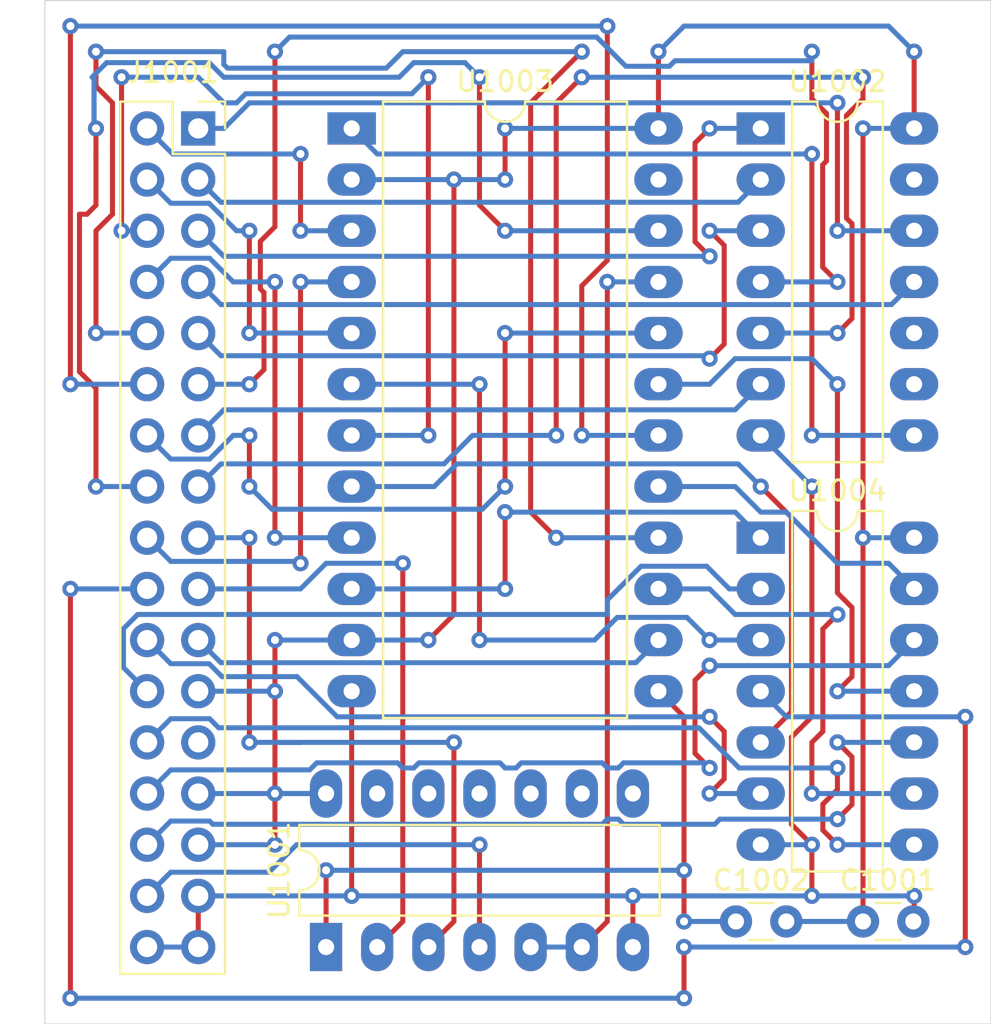
<source format=kicad_pcb>
(kicad_pcb (version 20171130) (host pcbnew "(5.1.10)-1")

  (general
    (thickness 1.6)
    (drawings 4)
    (tracks 533)
    (zones 0)
    (modules 7)
    (nets 39)
  )

  (page A4)
  (layers
    (0 F.Cu signal)
    (31 B.Cu signal)
    (32 B.Adhes user)
    (33 F.Adhes user)
    (34 B.Paste user)
    (35 F.Paste user)
    (36 B.SilkS user)
    (37 F.SilkS user)
    (38 B.Mask user)
    (39 F.Mask user)
    (40 Dwgs.User user)
    (41 Cmts.User user)
    (42 Eco1.User user)
    (43 Eco2.User user)
    (44 Edge.Cuts user)
    (45 Margin user)
    (46 B.CrtYd user)
    (47 F.CrtYd user)
    (48 B.Fab user)
    (49 F.Fab user)
  )

  (setup
    (last_trace_width 0.25)
    (trace_clearance 0.2)
    (zone_clearance 0.508)
    (zone_45_only no)
    (trace_min 0.2)
    (via_size 0.8)
    (via_drill 0.4)
    (via_min_size 0.4)
    (via_min_drill 0.3)
    (uvia_size 0.3)
    (uvia_drill 0.1)
    (uvias_allowed no)
    (uvia_min_size 0.2)
    (uvia_min_drill 0.1)
    (edge_width 0.05)
    (segment_width 0.2)
    (pcb_text_width 0.3)
    (pcb_text_size 1.5 1.5)
    (mod_edge_width 0.12)
    (mod_text_size 1 1)
    (mod_text_width 0.15)
    (pad_size 1.524 1.524)
    (pad_drill 0.762)
    (pad_to_mask_clearance 0)
    (aux_axis_origin 0 0)
    (visible_elements 7FFFFFFF)
    (pcbplotparams
      (layerselection 0x010fc_ffffffff)
      (usegerberextensions false)
      (usegerberattributes true)
      (usegerberadvancedattributes true)
      (creategerberjobfile true)
      (excludeedgelayer true)
      (linewidth 0.100000)
      (plotframeref false)
      (viasonmask false)
      (mode 1)
      (useauxorigin false)
      (hpglpennumber 1)
      (hpglpenspeed 20)
      (hpglpendiameter 15.000000)
      (psnegative false)
      (psa4output false)
      (plotreference true)
      (plotvalue true)
      (plotinvisibletext false)
      (padsonsilk false)
      (subtractmaskfromsilk false)
      (outputformat 1)
      (mirror false)
      (drillshape 0)
      (scaleselection 1)
      (outputdirectory ""))
  )

  (net 0 "")
  (net 1 +5P)
  (net 2 GND)
  (net 3 "Net-(C1002-Pad1)")
  (net 4 "Net-(J1001-Pad1)")
  (net 5 "Net-(J1001-Pad2)")
  (net 6 "Net-(J1001-Pad3)")
  (net 7 "Net-(J1001-Pad4)")
  (net 8 "Net-(J1001-Pad5)")
  (net 9 "Net-(J1001-Pad6)")
  (net 10 "Net-(J1001-Pad7)")
  (net 11 "Net-(J1001-Pad8)")
  (net 12 "Net-(J1001-Pad9)")
  (net 13 "Net-(J1001-Pad10)")
  (net 14 "Net-(J1001-Pad11)")
  (net 15 "Net-(J1001-Pad12)")
  (net 16 "Net-(J1001-Pad13)")
  (net 17 "Net-(J1001-Pad14)")
  (net 18 "Net-(J1001-Pad15)")
  (net 19 "Net-(J1001-Pad16)")
  (net 20 "Net-(J1001-Pad17)")
  (net 21 "Net-(J1001-Pad18)")
  (net 22 "Net-(J1001-Pad19)")
  (net 23 "Net-(J1001-Pad20)")
  (net 24 "Net-(J1001-Pad21)")
  (net 25 "Net-(J1001-Pad22)")
  (net 26 "Net-(J1001-Pad24)")
  (net 27 "Net-(J1001-Pad26)")
  (net 28 "Net-(J1001-Pad28)")
  (net 29 "Net-(J1001-Pad30)")
  (net 30 "Net-(J1001-Pad32)")
  (net 31 "Net-(U1001-Pad5)")
  (net 32 "Net-(U1002-Pad8)")
  (net 33 "Net-(U1003-Pad15)")
  (net 34 "Net-(U1003-Pad17)")
  (net 35 "Net-(U1003-Pad6)")
  (net 36 "Net-(U1003-Pad19)")
  (net 37 "Net-(U1003-Pad8)")
  (net 38 "Net-(U1003-Pad10)")

  (net_class Default "This is the default net class."
    (clearance 0.2)
    (trace_width 0.25)
    (via_dia 0.8)
    (via_drill 0.4)
    (uvia_dia 0.3)
    (uvia_drill 0.1)
    (add_net +5P)
    (add_net GND)
    (add_net "Net-(C1002-Pad1)")
    (add_net "Net-(J1001-Pad1)")
    (add_net "Net-(J1001-Pad10)")
    (add_net "Net-(J1001-Pad11)")
    (add_net "Net-(J1001-Pad12)")
    (add_net "Net-(J1001-Pad13)")
    (add_net "Net-(J1001-Pad14)")
    (add_net "Net-(J1001-Pad15)")
    (add_net "Net-(J1001-Pad16)")
    (add_net "Net-(J1001-Pad17)")
    (add_net "Net-(J1001-Pad18)")
    (add_net "Net-(J1001-Pad19)")
    (add_net "Net-(J1001-Pad2)")
    (add_net "Net-(J1001-Pad20)")
    (add_net "Net-(J1001-Pad21)")
    (add_net "Net-(J1001-Pad22)")
    (add_net "Net-(J1001-Pad24)")
    (add_net "Net-(J1001-Pad26)")
    (add_net "Net-(J1001-Pad28)")
    (add_net "Net-(J1001-Pad3)")
    (add_net "Net-(J1001-Pad30)")
    (add_net "Net-(J1001-Pad32)")
    (add_net "Net-(J1001-Pad4)")
    (add_net "Net-(J1001-Pad5)")
    (add_net "Net-(J1001-Pad6)")
    (add_net "Net-(J1001-Pad7)")
    (add_net "Net-(J1001-Pad8)")
    (add_net "Net-(J1001-Pad9)")
    (add_net "Net-(U1001-Pad5)")
    (add_net "Net-(U1002-Pad8)")
    (add_net "Net-(U1003-Pad10)")
    (add_net "Net-(U1003-Pad15)")
    (add_net "Net-(U1003-Pad17)")
    (add_net "Net-(U1003-Pad19)")
    (add_net "Net-(U1003-Pad6)")
    (add_net "Net-(U1003-Pad8)")
  )

  (module Package_DIP:DIP-24_W15.24mm_LongPads (layer F.Cu) (tedit 5A02E8C5) (tstamp 620909DF)
    (at 93.98 80.01)
    (descr "24-lead though-hole mounted DIP package, row spacing 15.24 mm (600 mils), LongPads")
    (tags "THT DIP DIL PDIP 2.54mm 15.24mm 600mil LongPads")
    (path /6208FBF2)
    (fp_text reference U1003 (at 7.62 -2.33) (layer F.SilkS)
      (effects (font (size 1 1) (thickness 0.15)))
    )
    (fp_text value DS8212D (at 7.62 30.27) (layer F.Fab)
      (effects (font (size 1 1) (thickness 0.15)))
    )
    (fp_line (start 1.255 -1.27) (end 14.985 -1.27) (layer F.Fab) (width 0.1))
    (fp_line (start 14.985 -1.27) (end 14.985 29.21) (layer F.Fab) (width 0.1))
    (fp_line (start 14.985 29.21) (end 0.255 29.21) (layer F.Fab) (width 0.1))
    (fp_line (start 0.255 29.21) (end 0.255 -0.27) (layer F.Fab) (width 0.1))
    (fp_line (start 0.255 -0.27) (end 1.255 -1.27) (layer F.Fab) (width 0.1))
    (fp_line (start 6.62 -1.33) (end 1.56 -1.33) (layer F.SilkS) (width 0.12))
    (fp_line (start 1.56 -1.33) (end 1.56 29.27) (layer F.SilkS) (width 0.12))
    (fp_line (start 1.56 29.27) (end 13.68 29.27) (layer F.SilkS) (width 0.12))
    (fp_line (start 13.68 29.27) (end 13.68 -1.33) (layer F.SilkS) (width 0.12))
    (fp_line (start 13.68 -1.33) (end 8.62 -1.33) (layer F.SilkS) (width 0.12))
    (fp_line (start -1.5 -1.55) (end -1.5 29.5) (layer F.CrtYd) (width 0.05))
    (fp_line (start -1.5 29.5) (end 16.7 29.5) (layer F.CrtYd) (width 0.05))
    (fp_line (start 16.7 29.5) (end 16.7 -1.55) (layer F.CrtYd) (width 0.05))
    (fp_line (start 16.7 -1.55) (end -1.5 -1.55) (layer F.CrtYd) (width 0.05))
    (fp_arc (start 7.62 -1.33) (end 6.62 -1.33) (angle -180) (layer F.SilkS) (width 0.12))
    (fp_text user %R (at 7.62 13.97) (layer F.Fab)
      (effects (font (size 1 1) (thickness 0.15)))
    )
    (pad 1 thru_hole rect (at 0 0) (size 2.4 1.6) (drill 0.8) (layers *.Cu *.Mask)
      (net 32 "Net-(U1002-Pad8)"))
    (pad 13 thru_hole oval (at 15.24 27.94) (size 2.4 1.6) (drill 0.8) (layers *.Cu *.Mask)
      (net 3 "Net-(C1002-Pad1)"))
    (pad 2 thru_hole oval (at 0 2.54) (size 2.4 1.6) (drill 0.8) (layers *.Cu *.Mask)
      (net 1 +5P))
    (pad 14 thru_hole oval (at 15.24 25.4) (size 2.4 1.6) (drill 0.8) (layers *.Cu *.Mask)
      (net 24 "Net-(J1001-Pad21)"))
    (pad 3 thru_hole oval (at 0 5.08) (size 2.4 1.6) (drill 0.8) (layers *.Cu *.Mask)
      (net 5 "Net-(J1001-Pad2)"))
    (pad 15 thru_hole oval (at 15.24 22.86) (size 2.4 1.6) (drill 0.8) (layers *.Cu *.Mask)
      (net 33 "Net-(U1003-Pad15)"))
    (pad 4 thru_hole oval (at 0 7.62) (size 2.4 1.6) (drill 0.8) (layers *.Cu *.Mask)
      (net 21 "Net-(J1001-Pad18)"))
    (pad 16 thru_hole oval (at 15.24 20.32) (size 2.4 1.6) (drill 0.8) (layers *.Cu *.Mask)
      (net 13 "Net-(J1001-Pad10)"))
    (pad 5 thru_hole oval (at 0 10.16) (size 2.4 1.6) (drill 0.8) (layers *.Cu *.Mask)
      (net 7 "Net-(J1001-Pad4)"))
    (pad 17 thru_hole oval (at 15.24 17.78) (size 2.4 1.6) (drill 0.8) (layers *.Cu *.Mask)
      (net 34 "Net-(U1003-Pad17)"))
    (pad 6 thru_hole oval (at 0 12.7) (size 2.4 1.6) (drill 0.8) (layers *.Cu *.Mask)
      (net 35 "Net-(U1003-Pad6)"))
    (pad 18 thru_hole oval (at 15.24 15.24) (size 2.4 1.6) (drill 0.8) (layers *.Cu *.Mask)
      (net 15 "Net-(J1001-Pad12)"))
    (pad 7 thru_hole oval (at 0 15.24) (size 2.4 1.6) (drill 0.8) (layers *.Cu *.Mask)
      (net 9 "Net-(J1001-Pad6)"))
    (pad 19 thru_hole oval (at 15.24 12.7) (size 2.4 1.6) (drill 0.8) (layers *.Cu *.Mask)
      (net 36 "Net-(U1003-Pad19)"))
    (pad 8 thru_hole oval (at 0 17.78) (size 2.4 1.6) (drill 0.8) (layers *.Cu *.Mask)
      (net 37 "Net-(U1003-Pad8)"))
    (pad 20 thru_hole oval (at 15.24 10.16) (size 2.4 1.6) (drill 0.8) (layers *.Cu *.Mask)
      (net 17 "Net-(J1001-Pad14)"))
    (pad 9 thru_hole oval (at 0 20.32) (size 2.4 1.6) (drill 0.8) (layers *.Cu *.Mask)
      (net 11 "Net-(J1001-Pad8)"))
    (pad 21 thru_hole oval (at 15.24 7.62) (size 2.4 1.6) (drill 0.8) (layers *.Cu *.Mask)
      (net 31 "Net-(U1001-Pad5)"))
    (pad 10 thru_hole oval (at 0 22.86) (size 2.4 1.6) (drill 0.8) (layers *.Cu *.Mask)
      (net 38 "Net-(U1003-Pad10)"))
    (pad 22 thru_hole oval (at 15.24 5.08) (size 2.4 1.6) (drill 0.8) (layers *.Cu *.Mask)
      (net 19 "Net-(J1001-Pad16)"))
    (pad 11 thru_hole oval (at 0 25.4) (size 2.4 1.6) (drill 0.8) (layers *.Cu *.Mask)
      (net 1 +5P))
    (pad 23 thru_hole oval (at 15.24 2.54) (size 2.4 1.6) (drill 0.8) (layers *.Cu *.Mask))
    (pad 12 thru_hole oval (at 0 27.94) (size 2.4 1.6) (drill 0.8) (layers *.Cu *.Mask)
      (net 2 GND))
    (pad 24 thru_hole oval (at 15.24 0) (size 2.4 1.6) (drill 0.8) (layers *.Cu *.Mask)
      (net 1 +5P))
    (model ${KISYS3DMOD}/Package_DIP.3dshapes/DIP-24_W15.24mm.wrl
      (at (xyz 0 0 0))
      (scale (xyz 1 1 1))
      (rotate (xyz 0 0 0))
    )
  )

  (module Capacitor_THT:C_Disc_D3.0mm_W1.6mm_P2.50mm (layer F.Cu) (tedit 5AE50EF0) (tstamp 62090926)
    (at 119.38 119.38)
    (descr "C, Disc series, Radial, pin pitch=2.50mm, , diameter*width=3.0*1.6mm^2, Capacitor, http://www.vishay.com/docs/45233/krseries.pdf")
    (tags "C Disc series Radial pin pitch 2.50mm  diameter 3.0mm width 1.6mm Capacitor")
    (path /6212EF72)
    (fp_text reference C1001 (at 1.25 -2.05) (layer F.SilkS)
      (effects (font (size 1 1) (thickness 0.15)))
    )
    (fp_text value 100nF (at 1.25 2.05) (layer F.Fab)
      (effects (font (size 1 1) (thickness 0.15)))
    )
    (fp_line (start -0.25 -0.8) (end -0.25 0.8) (layer F.Fab) (width 0.1))
    (fp_line (start -0.25 0.8) (end 2.75 0.8) (layer F.Fab) (width 0.1))
    (fp_line (start 2.75 0.8) (end 2.75 -0.8) (layer F.Fab) (width 0.1))
    (fp_line (start 2.75 -0.8) (end -0.25 -0.8) (layer F.Fab) (width 0.1))
    (fp_line (start 0.621 -0.92) (end 1.879 -0.92) (layer F.SilkS) (width 0.12))
    (fp_line (start 0.621 0.92) (end 1.879 0.92) (layer F.SilkS) (width 0.12))
    (fp_line (start -1.05 -1.05) (end -1.05 1.05) (layer F.CrtYd) (width 0.05))
    (fp_line (start -1.05 1.05) (end 3.55 1.05) (layer F.CrtYd) (width 0.05))
    (fp_line (start 3.55 1.05) (end 3.55 -1.05) (layer F.CrtYd) (width 0.05))
    (fp_line (start 3.55 -1.05) (end -1.05 -1.05) (layer F.CrtYd) (width 0.05))
    (fp_text user %R (at 1.25 0) (layer F.Fab)
      (effects (font (size 0.6 0.6) (thickness 0.09)))
    )
    (pad 1 thru_hole circle (at 0 0) (size 1.6 1.6) (drill 0.8) (layers *.Cu *.Mask)
      (net 1 +5P))
    (pad 2 thru_hole circle (at 2.5 0) (size 1.6 1.6) (drill 0.8) (layers *.Cu *.Mask)
      (net 2 GND))
    (model ${KISYS3DMOD}/Capacitor_THT.3dshapes/C_Disc_D3.0mm_W1.6mm_P2.50mm.wrl
      (at (xyz 0 0 0))
      (scale (xyz 1 1 1))
      (rotate (xyz 0 0 0))
    )
  )

  (module Capacitor_THT:C_Disc_D3.0mm_W1.6mm_P2.50mm (layer F.Cu) (tedit 5AE50EF0) (tstamp 62090937)
    (at 113.07 119.38)
    (descr "C, Disc series, Radial, pin pitch=2.50mm, , diameter*width=3.0*1.6mm^2, Capacitor, http://www.vishay.com/docs/45233/krseries.pdf")
    (tags "C Disc series Radial pin pitch 2.50mm  diameter 3.0mm width 1.6mm Capacitor")
    (path /62130C91)
    (fp_text reference C1002 (at 1.25 -2.05) (layer F.SilkS)
      (effects (font (size 1 1) (thickness 0.15)))
    )
    (fp_text value 1nF (at 1.25 2.05) (layer F.Fab)
      (effects (font (size 1 1) (thickness 0.15)))
    )
    (fp_line (start 3.55 -1.05) (end -1.05 -1.05) (layer F.CrtYd) (width 0.05))
    (fp_line (start 3.55 1.05) (end 3.55 -1.05) (layer F.CrtYd) (width 0.05))
    (fp_line (start -1.05 1.05) (end 3.55 1.05) (layer F.CrtYd) (width 0.05))
    (fp_line (start -1.05 -1.05) (end -1.05 1.05) (layer F.CrtYd) (width 0.05))
    (fp_line (start 0.621 0.92) (end 1.879 0.92) (layer F.SilkS) (width 0.12))
    (fp_line (start 0.621 -0.92) (end 1.879 -0.92) (layer F.SilkS) (width 0.12))
    (fp_line (start 2.75 -0.8) (end -0.25 -0.8) (layer F.Fab) (width 0.1))
    (fp_line (start 2.75 0.8) (end 2.75 -0.8) (layer F.Fab) (width 0.1))
    (fp_line (start -0.25 0.8) (end 2.75 0.8) (layer F.Fab) (width 0.1))
    (fp_line (start -0.25 -0.8) (end -0.25 0.8) (layer F.Fab) (width 0.1))
    (fp_text user %R (at 1.25 0) (layer F.Fab)
      (effects (font (size 0.6 0.6) (thickness 0.09)))
    )
    (pad 2 thru_hole circle (at 2.5 0) (size 1.6 1.6) (drill 0.8) (layers *.Cu *.Mask)
      (net 1 +5P))
    (pad 1 thru_hole circle (at 0 0) (size 1.6 1.6) (drill 0.8) (layers *.Cu *.Mask)
      (net 3 "Net-(C1002-Pad1)"))
    (model ${KISYS3DMOD}/Capacitor_THT.3dshapes/C_Disc_D3.0mm_W1.6mm_P2.50mm.wrl
      (at (xyz 0 0 0))
      (scale (xyz 1 1 1))
      (rotate (xyz 0 0 0))
    )
  )

  (module Connector_PinSocket_2.54mm:PinSocket_2x17_P2.54mm_Vertical (layer F.Cu) (tedit 5A19A431) (tstamp 6209096F)
    (at 86.36 80.01)
    (descr "Through hole straight socket strip, 2x17, 2.54mm pitch, double cols (from Kicad 4.0.7), script generated")
    (tags "Through hole socket strip THT 2x17 2.54mm double row")
    (path /62095085)
    (fp_text reference J1001 (at -1.27 -2.77) (layer F.SilkS)
      (effects (font (size 1 1) (thickness 0.15)))
    )
    (fp_text value Conn_02x17_Odd_Even (at -1.27 43.41) (layer F.Fab)
      (effects (font (size 1 1) (thickness 0.15)))
    )
    (fp_line (start -3.81 -1.27) (end 0.27 -1.27) (layer F.Fab) (width 0.1))
    (fp_line (start 0.27 -1.27) (end 1.27 -0.27) (layer F.Fab) (width 0.1))
    (fp_line (start 1.27 -0.27) (end 1.27 41.91) (layer F.Fab) (width 0.1))
    (fp_line (start 1.27 41.91) (end -3.81 41.91) (layer F.Fab) (width 0.1))
    (fp_line (start -3.81 41.91) (end -3.81 -1.27) (layer F.Fab) (width 0.1))
    (fp_line (start -3.87 -1.33) (end -1.27 -1.33) (layer F.SilkS) (width 0.12))
    (fp_line (start -3.87 -1.33) (end -3.87 41.97) (layer F.SilkS) (width 0.12))
    (fp_line (start -3.87 41.97) (end 1.33 41.97) (layer F.SilkS) (width 0.12))
    (fp_line (start 1.33 1.27) (end 1.33 41.97) (layer F.SilkS) (width 0.12))
    (fp_line (start -1.27 1.27) (end 1.33 1.27) (layer F.SilkS) (width 0.12))
    (fp_line (start -1.27 -1.33) (end -1.27 1.27) (layer F.SilkS) (width 0.12))
    (fp_line (start 1.33 -1.33) (end 1.33 0) (layer F.SilkS) (width 0.12))
    (fp_line (start 0 -1.33) (end 1.33 -1.33) (layer F.SilkS) (width 0.12))
    (fp_line (start -4.34 -1.8) (end 1.76 -1.8) (layer F.CrtYd) (width 0.05))
    (fp_line (start 1.76 -1.8) (end 1.76 42.4) (layer F.CrtYd) (width 0.05))
    (fp_line (start 1.76 42.4) (end -4.34 42.4) (layer F.CrtYd) (width 0.05))
    (fp_line (start -4.34 42.4) (end -4.34 -1.8) (layer F.CrtYd) (width 0.05))
    (fp_text user %R (at -1.27 20.32 90) (layer F.Fab)
      (effects (font (size 1 1) (thickness 0.15)))
    )
    (pad 1 thru_hole rect (at 0 0) (size 1.7 1.7) (drill 1) (layers *.Cu *.Mask)
      (net 4 "Net-(J1001-Pad1)"))
    (pad 2 thru_hole oval (at -2.54 0) (size 1.7 1.7) (drill 1) (layers *.Cu *.Mask)
      (net 5 "Net-(J1001-Pad2)"))
    (pad 3 thru_hole oval (at 0 2.54) (size 1.7 1.7) (drill 1) (layers *.Cu *.Mask)
      (net 6 "Net-(J1001-Pad3)"))
    (pad 4 thru_hole oval (at -2.54 2.54) (size 1.7 1.7) (drill 1) (layers *.Cu *.Mask)
      (net 7 "Net-(J1001-Pad4)"))
    (pad 5 thru_hole oval (at 0 5.08) (size 1.7 1.7) (drill 1) (layers *.Cu *.Mask)
      (net 8 "Net-(J1001-Pad5)"))
    (pad 6 thru_hole oval (at -2.54 5.08) (size 1.7 1.7) (drill 1) (layers *.Cu *.Mask)
      (net 9 "Net-(J1001-Pad6)"))
    (pad 7 thru_hole oval (at 0 7.62) (size 1.7 1.7) (drill 1) (layers *.Cu *.Mask)
      (net 10 "Net-(J1001-Pad7)"))
    (pad 8 thru_hole oval (at -2.54 7.62) (size 1.7 1.7) (drill 1) (layers *.Cu *.Mask)
      (net 11 "Net-(J1001-Pad8)"))
    (pad 9 thru_hole oval (at 0 10.16) (size 1.7 1.7) (drill 1) (layers *.Cu *.Mask)
      (net 12 "Net-(J1001-Pad9)"))
    (pad 10 thru_hole oval (at -2.54 10.16) (size 1.7 1.7) (drill 1) (layers *.Cu *.Mask)
      (net 13 "Net-(J1001-Pad10)"))
    (pad 11 thru_hole oval (at 0 12.7) (size 1.7 1.7) (drill 1) (layers *.Cu *.Mask)
      (net 14 "Net-(J1001-Pad11)"))
    (pad 12 thru_hole oval (at -2.54 12.7) (size 1.7 1.7) (drill 1) (layers *.Cu *.Mask)
      (net 15 "Net-(J1001-Pad12)"))
    (pad 13 thru_hole oval (at 0 15.24) (size 1.7 1.7) (drill 1) (layers *.Cu *.Mask)
      (net 16 "Net-(J1001-Pad13)"))
    (pad 14 thru_hole oval (at -2.54 15.24) (size 1.7 1.7) (drill 1) (layers *.Cu *.Mask)
      (net 17 "Net-(J1001-Pad14)"))
    (pad 15 thru_hole oval (at 0 17.78) (size 1.7 1.7) (drill 1) (layers *.Cu *.Mask)
      (net 18 "Net-(J1001-Pad15)"))
    (pad 16 thru_hole oval (at -2.54 17.78) (size 1.7 1.7) (drill 1) (layers *.Cu *.Mask)
      (net 19 "Net-(J1001-Pad16)"))
    (pad 17 thru_hole oval (at 0 20.32) (size 1.7 1.7) (drill 1) (layers *.Cu *.Mask)
      (net 20 "Net-(J1001-Pad17)"))
    (pad 18 thru_hole oval (at -2.54 20.32) (size 1.7 1.7) (drill 1) (layers *.Cu *.Mask)
      (net 21 "Net-(J1001-Pad18)"))
    (pad 19 thru_hole oval (at 0 22.86) (size 1.7 1.7) (drill 1) (layers *.Cu *.Mask)
      (net 22 "Net-(J1001-Pad19)"))
    (pad 20 thru_hole oval (at -2.54 22.86) (size 1.7 1.7) (drill 1) (layers *.Cu *.Mask)
      (net 23 "Net-(J1001-Pad20)"))
    (pad 21 thru_hole oval (at 0 25.4) (size 1.7 1.7) (drill 1) (layers *.Cu *.Mask)
      (net 24 "Net-(J1001-Pad21)"))
    (pad 22 thru_hole oval (at -2.54 25.4) (size 1.7 1.7) (drill 1) (layers *.Cu *.Mask)
      (net 25 "Net-(J1001-Pad22)"))
    (pad 23 thru_hole oval (at 0 27.94) (size 1.7 1.7) (drill 1) (layers *.Cu *.Mask)
      (net 1 +5P))
    (pad 24 thru_hole oval (at -2.54 27.94) (size 1.7 1.7) (drill 1) (layers *.Cu *.Mask)
      (net 26 "Net-(J1001-Pad24)"))
    (pad 25 thru_hole oval (at 0 30.48) (size 1.7 1.7) (drill 1) (layers *.Cu *.Mask))
    (pad 26 thru_hole oval (at -2.54 30.48) (size 1.7 1.7) (drill 1) (layers *.Cu *.Mask)
      (net 27 "Net-(J1001-Pad26)"))
    (pad 27 thru_hole oval (at 0 33.02) (size 1.7 1.7) (drill 1) (layers *.Cu *.Mask)
      (net 1 +5P))
    (pad 28 thru_hole oval (at -2.54 33.02) (size 1.7 1.7) (drill 1) (layers *.Cu *.Mask)
      (net 28 "Net-(J1001-Pad28)"))
    (pad 29 thru_hole oval (at 0 35.56) (size 1.7 1.7) (drill 1) (layers *.Cu *.Mask)
      (net 1 +5P))
    (pad 30 thru_hole oval (at -2.54 35.56) (size 1.7 1.7) (drill 1) (layers *.Cu *.Mask)
      (net 29 "Net-(J1001-Pad30)"))
    (pad 31 thru_hole oval (at 0 38.1) (size 1.7 1.7) (drill 1) (layers *.Cu *.Mask)
      (net 2 GND))
    (pad 32 thru_hole oval (at -2.54 38.1) (size 1.7 1.7) (drill 1) (layers *.Cu *.Mask)
      (net 30 "Net-(J1001-Pad32)"))
    (pad 33 thru_hole oval (at 0 40.64) (size 1.7 1.7) (drill 1) (layers *.Cu *.Mask)
      (net 2 GND))
    (pad 34 thru_hole oval (at -2.54 40.64) (size 1.7 1.7) (drill 1) (layers *.Cu *.Mask)
      (net 2 GND))
    (model ${KISYS3DMOD}/Connector_PinSocket_2.54mm.3dshapes/PinSocket_2x17_P2.54mm_Vertical.wrl
      (at (xyz 0 0 0))
      (scale (xyz 1 1 1))
      (rotate (xyz 0 0 0))
    )
  )

  (module Package_DIP:DIP-14_W7.62mm_LongPads (layer F.Cu) (tedit 5A02E8C5) (tstamp 62090991)
    (at 92.71 120.65 90)
    (descr "14-lead though-hole mounted DIP package, row spacing 7.62 mm (300 mils), LongPads")
    (tags "THT DIP DIL PDIP 2.54mm 7.62mm 300mil LongPads")
    (path /620926CC)
    (fp_text reference U1001 (at 3.81 -2.33 90) (layer F.SilkS)
      (effects (font (size 1 1) (thickness 0.15)))
    )
    (fp_text value 74LS02 (at 3.81 17.57 90) (layer F.Fab)
      (effects (font (size 1 1) (thickness 0.15)))
    )
    (fp_line (start 9.1 -1.55) (end -1.45 -1.55) (layer F.CrtYd) (width 0.05))
    (fp_line (start 9.1 16.8) (end 9.1 -1.55) (layer F.CrtYd) (width 0.05))
    (fp_line (start -1.45 16.8) (end 9.1 16.8) (layer F.CrtYd) (width 0.05))
    (fp_line (start -1.45 -1.55) (end -1.45 16.8) (layer F.CrtYd) (width 0.05))
    (fp_line (start 6.06 -1.33) (end 4.81 -1.33) (layer F.SilkS) (width 0.12))
    (fp_line (start 6.06 16.57) (end 6.06 -1.33) (layer F.SilkS) (width 0.12))
    (fp_line (start 1.56 16.57) (end 6.06 16.57) (layer F.SilkS) (width 0.12))
    (fp_line (start 1.56 -1.33) (end 1.56 16.57) (layer F.SilkS) (width 0.12))
    (fp_line (start 2.81 -1.33) (end 1.56 -1.33) (layer F.SilkS) (width 0.12))
    (fp_line (start 0.635 -0.27) (end 1.635 -1.27) (layer F.Fab) (width 0.1))
    (fp_line (start 0.635 16.51) (end 0.635 -0.27) (layer F.Fab) (width 0.1))
    (fp_line (start 6.985 16.51) (end 0.635 16.51) (layer F.Fab) (width 0.1))
    (fp_line (start 6.985 -1.27) (end 6.985 16.51) (layer F.Fab) (width 0.1))
    (fp_line (start 1.635 -1.27) (end 6.985 -1.27) (layer F.Fab) (width 0.1))
    (fp_text user %R (at 3.81 7.62 90) (layer F.Fab)
      (effects (font (size 1 1) (thickness 0.15)))
    )
    (fp_arc (start 3.81 -1.33) (end 2.81 -1.33) (angle -180) (layer F.SilkS) (width 0.12))
    (pad 14 thru_hole oval (at 7.62 0 90) (size 2.4 1.6) (drill 0.8) (layers *.Cu *.Mask)
      (net 1 +5P))
    (pad 7 thru_hole oval (at 0 15.24 90) (size 2.4 1.6) (drill 0.8) (layers *.Cu *.Mask)
      (net 2 GND))
    (pad 13 thru_hole oval (at 7.62 2.54 90) (size 2.4 1.6) (drill 0.8) (layers *.Cu *.Mask))
    (pad 6 thru_hole oval (at 0 12.7 90) (size 2.4 1.6) (drill 0.8) (layers *.Cu *.Mask)
      (net 31 "Net-(U1001-Pad5)"))
    (pad 12 thru_hole oval (at 7.62 5.08 90) (size 2.4 1.6) (drill 0.8) (layers *.Cu *.Mask))
    (pad 5 thru_hole oval (at 0 10.16 90) (size 2.4 1.6) (drill 0.8) (layers *.Cu *.Mask)
      (net 31 "Net-(U1001-Pad5)"))
    (pad 11 thru_hole oval (at 7.62 7.62 90) (size 2.4 1.6) (drill 0.8) (layers *.Cu *.Mask))
    (pad 4 thru_hole oval (at 0 7.62 90) (size 2.4 1.6) (drill 0.8) (layers *.Cu *.Mask)
      (net 30 "Net-(J1001-Pad32)"))
    (pad 10 thru_hole oval (at 7.62 10.16 90) (size 2.4 1.6) (drill 0.8) (layers *.Cu *.Mask))
    (pad 3 thru_hole oval (at 0 5.08 90) (size 2.4 1.6) (drill 0.8) (layers *.Cu *.Mask)
      (net 20 "Net-(J1001-Pad17)"))
    (pad 9 thru_hole oval (at 7.62 12.7 90) (size 2.4 1.6) (drill 0.8) (layers *.Cu *.Mask))
    (pad 2 thru_hole oval (at 0 2.54 90) (size 2.4 1.6) (drill 0.8) (layers *.Cu *.Mask)
      (net 22 "Net-(J1001-Pad19)"))
    (pad 8 thru_hole oval (at 7.62 15.24 90) (size 2.4 1.6) (drill 0.8) (layers *.Cu *.Mask))
    (pad 1 thru_hole rect (at 0 0 90) (size 2.4 1.6) (drill 0.8) (layers *.Cu *.Mask)
      (net 3 "Net-(C1002-Pad1)"))
    (model ${KISYS3DMOD}/Package_DIP.3dshapes/DIP-14_W7.62mm.wrl
      (at (xyz 0 0 0))
      (scale (xyz 1 1 1))
      (rotate (xyz 0 0 0))
    )
  )

  (module Package_DIP:DIP-14_W7.62mm_LongPads (layer F.Cu) (tedit 5A02E8C5) (tstamp 620909B3)
    (at 114.3 80.01)
    (descr "14-lead though-hole mounted DIP package, row spacing 7.62 mm (300 mils), LongPads")
    (tags "THT DIP DIL PDIP 2.54mm 7.62mm 300mil LongPads")
    (path /620914D4)
    (fp_text reference U1002 (at 3.81 -2.33) (layer F.SilkS)
      (effects (font (size 1 1) (thickness 0.15)))
    )
    (fp_text value 74LS30 (at 3.81 17.57) (layer F.Fab)
      (effects (font (size 1 1) (thickness 0.15)))
    )
    (fp_line (start 1.635 -1.27) (end 6.985 -1.27) (layer F.Fab) (width 0.1))
    (fp_line (start 6.985 -1.27) (end 6.985 16.51) (layer F.Fab) (width 0.1))
    (fp_line (start 6.985 16.51) (end 0.635 16.51) (layer F.Fab) (width 0.1))
    (fp_line (start 0.635 16.51) (end 0.635 -0.27) (layer F.Fab) (width 0.1))
    (fp_line (start 0.635 -0.27) (end 1.635 -1.27) (layer F.Fab) (width 0.1))
    (fp_line (start 2.81 -1.33) (end 1.56 -1.33) (layer F.SilkS) (width 0.12))
    (fp_line (start 1.56 -1.33) (end 1.56 16.57) (layer F.SilkS) (width 0.12))
    (fp_line (start 1.56 16.57) (end 6.06 16.57) (layer F.SilkS) (width 0.12))
    (fp_line (start 6.06 16.57) (end 6.06 -1.33) (layer F.SilkS) (width 0.12))
    (fp_line (start 6.06 -1.33) (end 4.81 -1.33) (layer F.SilkS) (width 0.12))
    (fp_line (start -1.45 -1.55) (end -1.45 16.8) (layer F.CrtYd) (width 0.05))
    (fp_line (start -1.45 16.8) (end 9.1 16.8) (layer F.CrtYd) (width 0.05))
    (fp_line (start 9.1 16.8) (end 9.1 -1.55) (layer F.CrtYd) (width 0.05))
    (fp_line (start 9.1 -1.55) (end -1.45 -1.55) (layer F.CrtYd) (width 0.05))
    (fp_arc (start 3.81 -1.33) (end 2.81 -1.33) (angle -180) (layer F.SilkS) (width 0.12))
    (fp_text user %R (at 3.81 7.62) (layer F.Fab)
      (effects (font (size 1 1) (thickness 0.15)))
    )
    (pad 1 thru_hole rect (at 0 0) (size 2.4 1.6) (drill 0.8) (layers *.Cu *.Mask)
      (net 8 "Net-(J1001-Pad5)"))
    (pad 8 thru_hole oval (at 7.62 15.24) (size 2.4 1.6) (drill 0.8) (layers *.Cu *.Mask)
      (net 32 "Net-(U1002-Pad8)"))
    (pad 2 thru_hole oval (at 0 2.54) (size 2.4 1.6) (drill 0.8) (layers *.Cu *.Mask)
      (net 6 "Net-(J1001-Pad3)"))
    (pad 9 thru_hole oval (at 7.62 12.7) (size 2.4 1.6) (drill 0.8) (layers *.Cu *.Mask))
    (pad 3 thru_hole oval (at 0 5.08) (size 2.4 1.6) (drill 0.8) (layers *.Cu *.Mask)
      (net 12 "Net-(J1001-Pad9)"))
    (pad 10 thru_hole oval (at 7.62 10.16) (size 2.4 1.6) (drill 0.8) (layers *.Cu *.Mask))
    (pad 4 thru_hole oval (at 0 7.62) (size 2.4 1.6) (drill 0.8) (layers *.Cu *.Mask)
      (net 14 "Net-(J1001-Pad11)"))
    (pad 11 thru_hole oval (at 7.62 7.62) (size 2.4 1.6) (drill 0.8) (layers *.Cu *.Mask)
      (net 10 "Net-(J1001-Pad7)"))
    (pad 5 thru_hole oval (at 0 10.16) (size 2.4 1.6) (drill 0.8) (layers *.Cu *.Mask)
      (net 18 "Net-(J1001-Pad15)"))
    (pad 12 thru_hole oval (at 7.62 5.08) (size 2.4 1.6) (drill 0.8) (layers *.Cu *.Mask)
      (net 4 "Net-(J1001-Pad1)"))
    (pad 6 thru_hole oval (at 0 12.7) (size 2.4 1.6) (drill 0.8) (layers *.Cu *.Mask)
      (net 16 "Net-(J1001-Pad13)"))
    (pad 13 thru_hole oval (at 7.62 2.54) (size 2.4 1.6) (drill 0.8) (layers *.Cu *.Mask))
    (pad 7 thru_hole oval (at 0 15.24) (size 2.4 1.6) (drill 0.8) (layers *.Cu *.Mask)
      (net 2 GND))
    (pad 14 thru_hole oval (at 7.62 0) (size 2.4 1.6) (drill 0.8) (layers *.Cu *.Mask)
      (net 1 +5P))
    (model ${KISYS3DMOD}/Package_DIP.3dshapes/DIP-14_W7.62mm.wrl
      (at (xyz 0 0 0))
      (scale (xyz 1 1 1))
      (rotate (xyz 0 0 0))
    )
  )

  (module Package_DIP:DIP-14_W7.62mm_LongPads (layer F.Cu) (tedit 5A02E8C5) (tstamp 62090A01)
    (at 114.3 100.33)
    (descr "14-lead though-hole mounted DIP package, row spacing 7.62 mm (300 mils), LongPads")
    (tags "THT DIP DIL PDIP 2.54mm 7.62mm 300mil LongPads")
    (path /62094260)
    (fp_text reference U1004 (at 3.81 -2.33) (layer F.SilkS)
      (effects (font (size 1 1) (thickness 0.15)))
    )
    (fp_text value 7404 (at 3.81 17.57) (layer F.Fab)
      (effects (font (size 1 1) (thickness 0.15)))
    )
    (fp_line (start 1.635 -1.27) (end 6.985 -1.27) (layer F.Fab) (width 0.1))
    (fp_line (start 6.985 -1.27) (end 6.985 16.51) (layer F.Fab) (width 0.1))
    (fp_line (start 6.985 16.51) (end 0.635 16.51) (layer F.Fab) (width 0.1))
    (fp_line (start 0.635 16.51) (end 0.635 -0.27) (layer F.Fab) (width 0.1))
    (fp_line (start 0.635 -0.27) (end 1.635 -1.27) (layer F.Fab) (width 0.1))
    (fp_line (start 2.81 -1.33) (end 1.56 -1.33) (layer F.SilkS) (width 0.12))
    (fp_line (start 1.56 -1.33) (end 1.56 16.57) (layer F.SilkS) (width 0.12))
    (fp_line (start 1.56 16.57) (end 6.06 16.57) (layer F.SilkS) (width 0.12))
    (fp_line (start 6.06 16.57) (end 6.06 -1.33) (layer F.SilkS) (width 0.12))
    (fp_line (start 6.06 -1.33) (end 4.81 -1.33) (layer F.SilkS) (width 0.12))
    (fp_line (start -1.45 -1.55) (end -1.45 16.8) (layer F.CrtYd) (width 0.05))
    (fp_line (start -1.45 16.8) (end 9.1 16.8) (layer F.CrtYd) (width 0.05))
    (fp_line (start 9.1 16.8) (end 9.1 -1.55) (layer F.CrtYd) (width 0.05))
    (fp_line (start 9.1 -1.55) (end -1.45 -1.55) (layer F.CrtYd) (width 0.05))
    (fp_arc (start 3.81 -1.33) (end 2.81 -1.33) (angle -180) (layer F.SilkS) (width 0.12))
    (fp_text user %R (at 3.81 7.62) (layer F.Fab)
      (effects (font (size 1 1) (thickness 0.15)))
    )
    (pad 1 thru_hole rect (at 0 0) (size 2.4 1.6) (drill 0.8) (layers *.Cu *.Mask)
      (net 38 "Net-(U1003-Pad10)"))
    (pad 8 thru_hole oval (at 7.62 15.24) (size 2.4 1.6) (drill 0.8) (layers *.Cu *.Mask)
      (net 27 "Net-(J1001-Pad26)"))
    (pad 2 thru_hole oval (at 0 2.54) (size 2.4 1.6) (drill 0.8) (layers *.Cu *.Mask)
      (net 26 "Net-(J1001-Pad24)"))
    (pad 9 thru_hole oval (at 7.62 12.7) (size 2.4 1.6) (drill 0.8) (layers *.Cu *.Mask)
      (net 33 "Net-(U1003-Pad15)"))
    (pad 3 thru_hole oval (at 0 5.08) (size 2.4 1.6) (drill 0.8) (layers *.Cu *.Mask)
      (net 35 "Net-(U1003-Pad6)"))
    (pad 10 thru_hole oval (at 7.62 10.16) (size 2.4 1.6) (drill 0.8) (layers *.Cu *.Mask)
      (net 29 "Net-(J1001-Pad30)"))
    (pad 4 thru_hole oval (at 0 7.62) (size 2.4 1.6) (drill 0.8) (layers *.Cu *.Mask)
      (net 23 "Net-(J1001-Pad20)"))
    (pad 11 thru_hole oval (at 7.62 7.62) (size 2.4 1.6) (drill 0.8) (layers *.Cu *.Mask)
      (net 36 "Net-(U1003-Pad19)"))
    (pad 5 thru_hole oval (at 0 10.16) (size 2.4 1.6) (drill 0.8) (layers *.Cu *.Mask)
      (net 37 "Net-(U1003-Pad8)"))
    (pad 12 thru_hole oval (at 7.62 5.08) (size 2.4 1.6) (drill 0.8) (layers *.Cu *.Mask)
      (net 28 "Net-(J1001-Pad28)"))
    (pad 6 thru_hole oval (at 0 12.7) (size 2.4 1.6) (drill 0.8) (layers *.Cu *.Mask)
      (net 25 "Net-(J1001-Pad22)"))
    (pad 13 thru_hole oval (at 7.62 2.54) (size 2.4 1.6) (drill 0.8) (layers *.Cu *.Mask)
      (net 34 "Net-(U1003-Pad17)"))
    (pad 7 thru_hole oval (at 0 15.24) (size 2.4 1.6) (drill 0.8) (layers *.Cu *.Mask)
      (net 2 GND))
    (pad 14 thru_hole oval (at 7.62 0) (size 2.4 1.6) (drill 0.8) (layers *.Cu *.Mask)
      (net 1 +5P))
    (model ${KISYS3DMOD}/Package_DIP.3dshapes/DIP-14_W7.62mm.wrl
      (at (xyz 0 0 0))
      (scale (xyz 1 1 1))
      (rotate (xyz 0 0 0))
    )
  )

  (gr_line (start 78.74 73.66) (end 78.74 124.46) (layer Edge.Cuts) (width 0.05) (tstamp 62090F74))
  (gr_line (start 125.73 73.66) (end 78.74 73.66) (layer Edge.Cuts) (width 0.05))
  (gr_line (start 125.73 124.46) (end 125.73 73.66) (layer Edge.Cuts) (width 0.05))
  (gr_line (start 78.74 124.46) (end 125.73 124.46) (layer Edge.Cuts) (width 0.05))

  (segment (start 86.36 107.95) (end 90.17 107.95) (width 0.25) (layer B.Cu) (net 1))
  (segment (start 93.98 105.41) (end 90.17 105.41) (width 0.25) (layer B.Cu) (net 1))
  (segment (start 92.71 113.03) (end 90.17 113.03) (width 0.25) (layer B.Cu) (net 1))
  (segment (start 86.36 115.57) (end 90.17 115.57) (width 0.25) (layer B.Cu) (net 1))
  (segment (start 86.36 113.03) (end 92.71 113.03) (width 0.25) (layer B.Cu) (net 1))
  (segment (start 115.57 119.38) (end 119.38 119.38) (width 0.25) (layer B.Cu) (net 1))
  (segment (start 121.92 100.33) (end 119.38 100.33) (width 0.25) (layer B.Cu) (net 1))
  (segment (start 121.92 80.01) (end 119.38 80.01) (width 0.25) (layer B.Cu) (net 1))
  (segment (start 109.22 80.01) (end 101.6 80.01) (width 0.25) (layer B.Cu) (net 1))
  (segment (start 93.98 82.55) (end 101.6 82.55) (width 0.25) (layer B.Cu) (net 1))
  (segment (start 90.17 105.41) (end 90.17 105.41) (width 0.25) (layer B.Cu) (net 1) (tstamp 62090E7F))
  (via (at 90.17 105.41) (size 0.8) (drill 0.4) (layers F.Cu B.Cu) (net 1))
  (segment (start 90.17 107.95) (end 90.17 107.95) (width 0.25) (layer B.Cu) (net 1) (tstamp 62090E81))
  (via (at 90.17 107.95) (size 0.8) (drill 0.4) (layers F.Cu B.Cu) (net 1))
  (segment (start 119.38 100.33) (end 119.38 100.33) (width 0.25) (layer B.Cu) (net 1) (tstamp 62090E87))
  (via (at 119.38 100.33) (size 0.8) (drill 0.4) (layers F.Cu B.Cu) (net 1))
  (segment (start 119.38 100.33) (end 119.38 80.01) (width 0.25) (layer F.Cu) (net 1))
  (segment (start 119.38 80.01) (end 119.38 80.01) (width 0.25) (layer B.Cu) (net 1) (tstamp 62090E91))
  (via (at 119.38 80.01) (size 0.8) (drill 0.4) (layers F.Cu B.Cu) (net 1))
  (segment (start 119.38 100.33) (end 119.38 119.38) (width 0.25) (layer F.Cu) (net 1))
  (segment (start 90.17 105.41) (end 90.17 107.95) (width 0.25) (layer F.Cu) (net 1))
  (segment (start 90.17 115.57) (end 90.17 115.57) (width 0.25) (layer B.Cu) (net 1) (tstamp 62090E99))
  (via (at 90.17 115.57) (size 0.8) (drill 0.4) (layers F.Cu B.Cu) (net 1))
  (segment (start 90.17 113.03) (end 90.17 113.03) (width 0.25) (layer B.Cu) (net 1) (tstamp 62090E9B))
  (via (at 90.17 113.03) (size 0.8) (drill 0.4) (layers F.Cu B.Cu) (net 1))
  (segment (start 90.17 113.03) (end 90.17 107.95) (width 0.25) (layer F.Cu) (net 1))
  (segment (start 90.17 115.57) (end 90.17 113.03) (width 0.25) (layer F.Cu) (net 1))
  (segment (start 101.6 82.55) (end 101.6 82.55) (width 0.25) (layer B.Cu) (net 1) (tstamp 62090F15))
  (via (at 101.6 82.55) (size 0.8) (drill 0.4) (layers F.Cu B.Cu) (net 1))
  (segment (start 101.6 80.01) (end 101.6 80.01) (width 0.25) (layer B.Cu) (net 1) (tstamp 62090F17))
  (via (at 101.6 80.01) (size 0.8) (drill 0.4) (layers F.Cu B.Cu) (net 1))
  (segment (start 101.6 82.55) (end 101.6 80.01) (width 0.25) (layer F.Cu) (net 1))
  (segment (start 109.22 80.01) (end 109.22 76.2) (width 0.25) (layer F.Cu) (net 1))
  (segment (start 121.92 80.01) (end 121.92 76.2) (width 0.25) (layer F.Cu) (net 1))
  (segment (start 121.92 76.2) (end 121.92 76.2) (width 0.25) (layer F.Cu) (net 1) (tstamp 62090F2B))
  (via (at 121.92 76.2) (size 0.8) (drill 0.4) (layers F.Cu B.Cu) (net 1))
  (segment (start 109.22 76.2) (end 109.22 76.2) (width 0.25) (layer F.Cu) (net 1) (tstamp 62090F2D))
  (via (at 109.22 76.2) (size 0.8) (drill 0.4) (layers F.Cu B.Cu) (net 1))
  (segment (start 109.22 76.2) (end 110.49 74.93) (width 0.25) (layer B.Cu) (net 1))
  (segment (start 110.49 74.93) (end 120.65 74.93) (width 0.25) (layer B.Cu) (net 1))
  (segment (start 120.65 74.93) (end 121.92 76.2) (width 0.25) (layer B.Cu) (net 1))
  (segment (start 93.98 105.41) (end 97.79 105.41) (width 0.25) (layer B.Cu) (net 1))
  (segment (start 97.79 105.41) (end 97.79 105.41) (width 0.25) (layer B.Cu) (net 1) (tstamp 62090F71))
  (via (at 97.79 105.41) (size 0.8) (drill 0.4) (layers F.Cu B.Cu) (net 1))
  (segment (start 97.79 105.41) (end 99.06 104.14) (width 0.25) (layer F.Cu) (net 1))
  (segment (start 99.06 104.14) (end 99.06 82.55) (width 0.25) (layer F.Cu) (net 1))
  (segment (start 99.06 82.55) (end 99.06 82.55) (width 0.25) (layer F.Cu) (net 1) (tstamp 62090F73))
  (via (at 99.06 82.55) (size 0.8) (drill 0.4) (layers F.Cu B.Cu) (net 1))
  (segment (start 83.82 120.65) (end 86.36 120.65) (width 0.25) (layer B.Cu) (net 2))
  (segment (start 86.36 118.11) (end 114.3 118.11) (width 0.25) (layer B.Cu) (net 2))
  (segment (start 114.3 118.11) (end 121.92 118.11) (width 0.25) (layer B.Cu) (net 2))
  (segment (start 114.3 95.25) (end 116.84 97.79) (width 0.25) (layer B.Cu) (net 2))
  (segment (start 114.3 115.57) (end 116.84 115.57) (width 0.25) (layer B.Cu) (net 2))
  (segment (start 116.84 115.57) (end 116.84 115.57) (width 0.25) (layer B.Cu) (net 2) (tstamp 62090E83))
  (via (at 116.84 115.57) (size 0.8) (drill 0.4) (layers F.Cu B.Cu) (net 2))
  (segment (start 116.84 97.79) (end 116.84 97.79) (width 0.25) (layer B.Cu) (net 2) (tstamp 62090E85))
  (via (at 116.84 97.79) (size 0.8) (drill 0.4) (layers F.Cu B.Cu) (net 2))
  (segment (start 116.84 115.57) (end 116.84 118.11) (width 0.25) (layer F.Cu) (net 2))
  (segment (start 116.84 118.11) (end 116.84 118.11) (width 0.25) (layer F.Cu) (net 2) (tstamp 62090E93))
  (via (at 116.84 118.11) (size 0.8) (drill 0.4) (layers F.Cu B.Cu) (net 2))
  (segment (start 86.36 120.65) (end 86.36 118.11) (width 0.25) (layer F.Cu) (net 2))
  (segment (start 93.98 107.95) (end 93.98 118.11) (width 0.25) (layer F.Cu) (net 2))
  (segment (start 93.98 118.11) (end 93.98 118.11) (width 0.25) (layer F.Cu) (net 2) (tstamp 62090EA3))
  (via (at 93.98 118.11) (size 0.8) (drill 0.4) (layers F.Cu B.Cu) (net 2))
  (segment (start 107.95 120.65) (end 107.95 118.11) (width 0.25) (layer F.Cu) (net 2))
  (segment (start 107.95 118.11) (end 107.95 118.11) (width 0.25) (layer F.Cu) (net 2) (tstamp 62090EA9))
  (via (at 107.95 118.11) (size 0.8) (drill 0.4) (layers F.Cu B.Cu) (net 2))
  (segment (start 116.84 115.57) (end 115.82501 114.55501) (width 0.25) (layer F.Cu) (net 2))
  (segment (start 115.82501 110.23499) (end 116.84 109.22) (width 0.25) (layer F.Cu) (net 2))
  (segment (start 115.82501 114.55501) (end 115.82501 110.23499) (width 0.25) (layer F.Cu) (net 2))
  (segment (start 116.84 97.79) (end 116.84 109.22) (width 0.25) (layer F.Cu) (net 2))
  (segment (start 121.92 118.11) (end 121.92 118.11) (width 0.25) (layer B.Cu) (net 2) (tstamp 62090F50))
  (via (at 121.92 118.11) (size 0.8) (drill 0.4) (layers F.Cu B.Cu) (net 2))
  (segment (start 121.92 119.34) (end 121.88 119.38) (width 0.25) (layer F.Cu) (net 2))
  (segment (start 121.92 118.11) (end 121.92 119.34) (width 0.25) (layer F.Cu) (net 2))
  (segment (start 113.07 119.38) (end 110.49 119.38) (width 0.25) (layer B.Cu) (net 3))
  (segment (start 110.49 119.38) (end 110.49 119.38) (width 0.25) (layer B.Cu) (net 3) (tstamp 62090E9D))
  (via (at 110.49 119.38) (size 0.8) (drill 0.4) (layers F.Cu B.Cu) (net 3))
  (segment (start 110.49 109.22) (end 109.22 107.95) (width 0.25) (layer F.Cu) (net 3))
  (segment (start 110.49 119.38) (end 110.49 109.22) (width 0.25) (layer F.Cu) (net 3))
  (segment (start 92.71 120.65) (end 92.71 116.84) (width 0.25) (layer F.Cu) (net 3))
  (segment (start 92.71 116.84) (end 92.71 116.84) (width 0.25) (layer F.Cu) (net 3) (tstamp 62090E9F))
  (via (at 92.71 116.84) (size 0.8) (drill 0.4) (layers F.Cu B.Cu) (net 3))
  (segment (start 92.71 116.84) (end 110.49 116.84) (width 0.25) (layer B.Cu) (net 3))
  (segment (start 110.49 116.84) (end 110.49 116.84) (width 0.25) (layer B.Cu) (net 3) (tstamp 62090EA1))
  (via (at 110.49 116.84) (size 0.8) (drill 0.4) (layers F.Cu B.Cu) (net 3))
  (segment (start 86.36 80.01) (end 87.63 80.01) (width 0.25) (layer B.Cu) (net 4))
  (segment (start 87.63 80.01) (end 88.9 78.74) (width 0.25) (layer B.Cu) (net 4))
  (segment (start 88.9 78.74) (end 99.06 78.74) (width 0.25) (layer B.Cu) (net 4))
  (segment (start 118.11 78.74) (end 118.11 78.74) (width 0.25) (layer B.Cu) (net 4) (tstamp 62090E66))
  (via (at 118.11 78.74) (size 0.8) (drill 0.4) (layers F.Cu B.Cu) (net 4))
  (segment (start 121.92 85.09) (end 118.11 85.09) (width 0.25) (layer B.Cu) (net 4))
  (segment (start 118.11 85.09) (end 118.11 85.09) (width 0.25) (layer B.Cu) (net 4) (tstamp 62090E71))
  (via (at 118.11 85.09) (size 0.8) (drill 0.4) (layers F.Cu B.Cu) (net 4))
  (segment (start 118.11 78.74) (end 118.11 85.09) (width 0.25) (layer F.Cu) (net 4))
  (segment (start 99.06 78.74) (end 118.11 78.74) (width 0.25) (layer B.Cu) (net 4) (tstamp 62090F6B))
  (segment (start 83.82 80.01) (end 85.09 81.28) (width 0.25) (layer B.Cu) (net 5))
  (segment (start 85.09 81.28) (end 91.44 81.28) (width 0.25) (layer B.Cu) (net 5))
  (segment (start 93.98 85.09) (end 91.44 85.09) (width 0.25) (layer B.Cu) (net 5))
  (segment (start 91.44 81.28) (end 91.44 81.28) (width 0.25) (layer B.Cu) (net 5) (tstamp 62090E73))
  (via (at 91.44 81.28) (size 0.8) (drill 0.4) (layers F.Cu B.Cu) (net 5))
  (segment (start 91.44 81.28) (end 91.44 85.09) (width 0.25) (layer F.Cu) (net 5))
  (segment (start 91.44 85.09) (end 91.44 85.09) (width 0.25) (layer F.Cu) (net 5) (tstamp 62090E97))
  (via (at 91.44 85.09) (size 0.8) (drill 0.4) (layers F.Cu B.Cu) (net 5))
  (segment (start 113.17499 83.67501) (end 114.3 82.55) (width 0.25) (layer B.Cu) (net 6))
  (segment (start 87.48501 83.67501) (end 113.17499 83.67501) (width 0.25) (layer B.Cu) (net 6))
  (segment (start 86.36 82.55) (end 87.48501 83.67501) (width 0.25) (layer B.Cu) (net 6))
  (segment (start 86.898591 83.725001) (end 88.26359 85.09) (width 0.25) (layer B.Cu) (net 7))
  (segment (start 84.995001 83.725001) (end 86.898591 83.725001) (width 0.25) (layer B.Cu) (net 7))
  (segment (start 83.82 82.55) (end 84.995001 83.725001) (width 0.25) (layer B.Cu) (net 7))
  (segment (start 88.26359 85.09) (end 88.9 85.09) (width 0.25) (layer B.Cu) (net 7))
  (segment (start 93.98 90.17) (end 88.9 90.17) (width 0.25) (layer B.Cu) (net 7))
  (segment (start 88.9 85.09) (end 88.9 85.09) (width 0.25) (layer B.Cu) (net 7) (tstamp 62090F07))
  (via (at 88.9 85.09) (size 0.8) (drill 0.4) (layers F.Cu B.Cu) (net 7))
  (segment (start 88.9 90.17) (end 88.9 90.17) (width 0.25) (layer B.Cu) (net 7) (tstamp 62090F09))
  (via (at 88.9 90.17) (size 0.8) (drill 0.4) (layers F.Cu B.Cu) (net 7))
  (segment (start 88.9 85.09) (end 88.9 90.17) (width 0.25) (layer F.Cu) (net 7))
  (segment (start 86.36 85.09) (end 87.63 86.36) (width 0.25) (layer B.Cu) (net 8))
  (segment (start 87.63 86.36) (end 102.87 86.36) (width 0.25) (layer B.Cu) (net 8))
  (segment (start 114.3 80.01) (end 111.76 80.01) (width 0.25) (layer B.Cu) (net 8))
  (segment (start 102.87 86.36) (end 111.76 86.36) (width 0.25) (layer B.Cu) (net 8))
  (segment (start 111.76 86.36) (end 111.76 86.36) (width 0.25) (layer B.Cu) (net 8) (tstamp 62090E8B))
  (via (at 111.76 86.36) (size 0.8) (drill 0.4) (layers F.Cu B.Cu) (net 8))
  (segment (start 111.76 80.01) (end 111.76 80.01) (width 0.25) (layer B.Cu) (net 8) (tstamp 62090E8F))
  (via (at 111.76 80.01) (size 0.8) (drill 0.4) (layers F.Cu B.Cu) (net 8))
  (segment (start 111.034999 85.634999) (end 111.76 86.36) (width 0.25) (layer F.Cu) (net 8))
  (segment (start 111.034999 80.735001) (end 111.034999 85.634999) (width 0.25) (layer F.Cu) (net 8))
  (segment (start 111.76 80.01) (end 111.034999 80.735001) (width 0.25) (layer F.Cu) (net 8))
  (segment (start 93.98 95.25) (end 96.52 95.25) (width 0.25) (layer B.Cu) (net 9))
  (segment (start 96.52 95.25) (end 97.79 95.25) (width 0.25) (layer B.Cu) (net 9))
  (segment (start 83.82 85.09) (end 82.55 85.09) (width 0.25) (layer B.Cu) (net 9))
  (segment (start 82.55 85.09) (end 82.55 85.09) (width 0.25) (layer B.Cu) (net 9) (tstamp 62090EFF))
  (via (at 82.55 85.09) (size 0.8) (drill 0.4) (layers F.Cu B.Cu) (net 9))
  (segment (start 82.55 85.09) (end 82.55 77.47) (width 0.25) (layer F.Cu) (net 9))
  (segment (start 97.79 95.25) (end 97.79 95.25) (width 0.25) (layer B.Cu) (net 9) (tstamp 62090F01))
  (via (at 97.79 95.25) (size 0.8) (drill 0.4) (layers F.Cu B.Cu) (net 9))
  (segment (start 97.79 95.25) (end 97.79 77.47) (width 0.25) (layer F.Cu) (net 9))
  (segment (start 97.79 77.47) (end 97.79 77.47) (width 0.25) (layer F.Cu) (net 9) (tstamp 62090F03))
  (via (at 97.79 77.47) (size 0.8) (drill 0.4) (layers F.Cu B.Cu) (net 9))
  (segment (start 82.55 77.47) (end 82.55 77.47) (width 0.25) (layer F.Cu) (net 9) (tstamp 62090F05))
  (via (at 82.55 77.47) (size 0.8) (drill 0.4) (layers F.Cu B.Cu) (net 9))
  (segment (start 86.36 77.47) (end 87.63 78.74) (width 0.25) (layer B.Cu) (net 9))
  (segment (start 82.55 77.47) (end 86.36 77.47) (width 0.25) (layer B.Cu) (net 9))
  (segment (start 88.26359 78.74) (end 88.7136 78.28999) (width 0.25) (layer B.Cu) (net 9))
  (segment (start 87.63 78.74) (end 88.26359 78.74) (width 0.25) (layer B.Cu) (net 9))
  (segment (start 96.97001 78.28999) (end 97.79 77.47) (width 0.25) (layer B.Cu) (net 9))
  (segment (start 88.7136 78.28999) (end 96.97001 78.28999) (width 0.25) (layer B.Cu) (net 9))
  (segment (start 120.79499 88.75501) (end 121.92 87.63) (width 0.25) (layer B.Cu) (net 10))
  (segment (start 87.48501 88.75501) (end 120.79499 88.75501) (width 0.25) (layer B.Cu) (net 10))
  (segment (start 86.36 87.63) (end 87.48501 88.75501) (width 0.25) (layer B.Cu) (net 10))
  (segment (start 86.924001 86.454999) (end 88.099002 87.63) (width 0.25) (layer B.Cu) (net 11))
  (segment (start 84.995001 86.454999) (end 86.924001 86.454999) (width 0.25) (layer B.Cu) (net 11))
  (segment (start 83.82 87.63) (end 84.995001 86.454999) (width 0.25) (layer B.Cu) (net 11))
  (segment (start 88.099002 87.63) (end 90.17 87.63) (width 0.25) (layer B.Cu) (net 11))
  (segment (start 93.98 100.33) (end 90.17 100.33) (width 0.25) (layer B.Cu) (net 11))
  (segment (start 90.17 87.63) (end 90.17 87.63) (width 0.25) (layer B.Cu) (net 11) (tstamp 62090E75))
  (via (at 90.17 87.63) (size 0.8) (drill 0.4) (layers F.Cu B.Cu) (net 11))
  (segment (start 90.17 100.33) (end 90.17 100.33) (width 0.25) (layer B.Cu) (net 11) (tstamp 62090E7B))
  (via (at 90.17 100.33) (size 0.8) (drill 0.4) (layers F.Cu B.Cu) (net 11))
  (segment (start 90.17 87.63) (end 90.17 100.33) (width 0.25) (layer F.Cu) (net 11))
  (segment (start 87.48501 91.29501) (end 111.61501 91.29501) (width 0.25) (layer B.Cu) (net 12))
  (segment (start 86.36 90.17) (end 87.48501 91.29501) (width 0.25) (layer B.Cu) (net 12))
  (segment (start 111.61501 91.29501) (end 111.76 91.44) (width 0.25) (layer B.Cu) (net 12))
  (segment (start 114.3 85.09) (end 111.76 85.09) (width 0.25) (layer B.Cu) (net 12))
  (segment (start 111.76 91.44) (end 111.76 91.44) (width 0.25) (layer B.Cu) (net 12) (tstamp 62090E89))
  (via (at 111.76 91.44) (size 0.8) (drill 0.4) (layers F.Cu B.Cu) (net 12))
  (segment (start 111.76 85.09) (end 111.76 85.09) (width 0.25) (layer B.Cu) (net 12) (tstamp 62090E8D))
  (via (at 111.76 85.09) (size 0.8) (drill 0.4) (layers F.Cu B.Cu) (net 12))
  (segment (start 112.485001 90.714999) (end 111.76 91.44) (width 0.25) (layer F.Cu) (net 12))
  (segment (start 112.485001 85.815001) (end 112.485001 90.714999) (width 0.25) (layer F.Cu) (net 12))
  (segment (start 111.76 85.09) (end 112.485001 85.815001) (width 0.25) (layer F.Cu) (net 12))
  (segment (start 83.82 90.17) (end 81.28 90.17) (width 0.25) (layer B.Cu) (net 13))
  (segment (start 81.28 90.17) (end 81.28 90.17) (width 0.25) (layer B.Cu) (net 13) (tstamp 62090EFD))
  (via (at 81.28 90.17) (size 0.8) (drill 0.4) (layers F.Cu B.Cu) (net 13))
  (segment (start 81.28 76.2) (end 81.28 76.2) (width 0.25) (layer F.Cu) (net 13) (tstamp 62090F0B))
  (via (at 81.28 76.2) (size 0.8) (drill 0.4) (layers F.Cu B.Cu) (net 13))
  (segment (start 105.41 76.2) (end 105.41 76.2) (width 0.25) (layer B.Cu) (net 13) (tstamp 62090F0D))
  (via (at 105.41 76.2) (size 0.8) (drill 0.4) (layers F.Cu B.Cu) (net 13))
  (segment (start 109.22 100.33) (end 104.14 100.33) (width 0.25) (layer B.Cu) (net 13))
  (segment (start 104.14 100.33) (end 104.14 100.33) (width 0.25) (layer B.Cu) (net 13) (tstamp 62090F13))
  (via (at 104.14 100.33) (size 0.8) (drill 0.4) (layers F.Cu B.Cu) (net 13))
  (segment (start 102.87 78.74) (end 105.41 76.2) (width 0.25) (layer F.Cu) (net 13))
  (segment (start 102.87 99.06) (end 102.87 78.74) (width 0.25) (layer F.Cu) (net 13))
  (segment (start 104.14 100.33) (end 102.87 99.06) (width 0.25) (layer F.Cu) (net 13))
  (segment (start 81.28 76.2) (end 81.28 77.92001) (width 0.25) (layer F.Cu) (net 13))
  (segment (start 81.28 77.92001) (end 82.09999 78.74) (width 0.25) (layer F.Cu) (net 13))
  (segment (start 82.09999 84.27001) (end 81.28 85.09) (width 0.25) (layer F.Cu) (net 13))
  (segment (start 82.09999 78.74) (end 82.09999 84.27001) (width 0.25) (layer F.Cu) (net 13))
  (segment (start 81.28 90.17) (end 81.28 85.09) (width 0.25) (layer F.Cu) (net 13))
  (segment (start 87.63 76.2) (end 87.63 76.83359) (width 0.25) (layer B.Cu) (net 13))
  (segment (start 81.28 76.2) (end 87.63 76.2) (width 0.25) (layer B.Cu) (net 13))
  (segment (start 87.63 76.83359) (end 87.8164 77.01999) (width 0.25) (layer B.Cu) (net 13))
  (segment (start 95.70001 77.01999) (end 96.52 76.2) (width 0.25) (layer B.Cu) (net 13))
  (segment (start 87.8164 77.01999) (end 95.70001 77.01999) (width 0.25) (layer B.Cu) (net 13))
  (segment (start 96.52 76.2) (end 105.41 76.2) (width 0.25) (layer B.Cu) (net 13))
  (segment (start 86.36 92.71) (end 88.9 92.71) (width 0.25) (layer B.Cu) (net 14))
  (segment (start 114.3 87.63) (end 118.11 87.63) (width 0.25) (layer B.Cu) (net 14))
  (via (at 88.9 92.71) (size 0.8) (drill 0.4) (layers F.Cu B.Cu) (net 14))
  (segment (start 118.11 87.63) (end 118.11 87.63) (width 0.25) (layer B.Cu) (net 14) (tstamp 62090F23))
  (via (at 118.11 87.63) (size 0.8) (drill 0.4) (layers F.Cu B.Cu) (net 14))
  (segment (start 117.376501 81.816501) (end 117.565001 81.628001) (width 0.25) (layer F.Cu) (net 14))
  (segment (start 117.565001 81.628001) (end 117.565001 79.268003) (width 0.25) (layer F.Cu) (net 14))
  (segment (start 117.376501 86.896501) (end 117.376501 81.816501) (width 0.25) (layer F.Cu) (net 14))
  (segment (start 117.565001 79.268003) (end 116.84 78.543002) (width 0.25) (layer F.Cu) (net 14))
  (segment (start 118.11 87.63) (end 117.376501 86.896501) (width 0.25) (layer F.Cu) (net 14))
  (segment (start 116.84 78.543002) (end 116.84 77.47) (width 0.25) (layer F.Cu) (net 14))
  (segment (start 116.84 77.47) (end 116.84 76.2) (width 0.25) (layer F.Cu) (net 14))
  (segment (start 89.444999 85.618003) (end 90.17 84.893002) (width 0.25) (layer F.Cu) (net 14))
  (segment (start 89.444999 87.978001) (end 89.444999 85.618003) (width 0.25) (layer F.Cu) (net 14))
  (segment (start 89.625001 88.158003) (end 89.444999 87.978001) (width 0.25) (layer F.Cu) (net 14))
  (segment (start 89.625001 91.984999) (end 89.625001 88.158003) (width 0.25) (layer F.Cu) (net 14))
  (segment (start 88.9 92.71) (end 89.625001 91.984999) (width 0.25) (layer F.Cu) (net 14))
  (segment (start 90.17 84.893002) (end 90.17 76.2) (width 0.25) (layer F.Cu) (net 14))
  (segment (start 90.17 76.2) (end 90.17 76.2) (width 0.25) (layer F.Cu) (net 14) (tstamp 62090F43))
  (via (at 90.17 76.2) (size 0.8) (drill 0.4) (layers F.Cu B.Cu) (net 14))
  (segment (start 116.84 76.2) (end 116.84 76.2) (width 0.25) (layer F.Cu) (net 14) (tstamp 62090F45))
  (via (at 116.84 76.2) (size 0.8) (drill 0.4) (layers F.Cu B.Cu) (net 14))
  (segment (start 110.03999 76.65001) (end 116.84 76.65001) (width 0.25) (layer B.Cu) (net 14))
  (segment (start 116.84 76.65001) (end 116.84 76.2) (width 0.25) (layer B.Cu) (net 14))
  (segment (start 109.764999 76.925001) (end 110.03999 76.65001) (width 0.25) (layer B.Cu) (net 14))
  (segment (start 107.601999 76.925001) (end 109.764999 76.925001) (width 0.25) (layer B.Cu) (net 14))
  (segment (start 106.151997 75.474999) (end 107.601999 76.925001) (width 0.25) (layer B.Cu) (net 14))
  (segment (start 90.895001 75.474999) (end 106.151997 75.474999) (width 0.25) (layer B.Cu) (net 14))
  (segment (start 90.17 76.2) (end 90.895001 75.474999) (width 0.25) (layer B.Cu) (net 14))
  (segment (start 83.82 92.71) (end 82.55 92.71) (width 0.25) (layer B.Cu) (net 15))
  (segment (start 82.55 92.71) (end 80.01 92.71) (width 0.25) (layer B.Cu) (net 15))
  (segment (start 80.01 92.71) (end 80.01 92.71) (width 0.25) (layer B.Cu) (net 15) (tstamp 62090EFB))
  (via (at 80.01 92.71) (size 0.8) (drill 0.4) (layers F.Cu B.Cu) (net 15))
  (segment (start 109.22 95.25) (end 105.41 95.25) (width 0.25) (layer B.Cu) (net 15))
  (segment (start 105.41 95.25) (end 105.41 95.25) (width 0.25) (layer B.Cu) (net 15) (tstamp 62090F1B))
  (via (at 105.41 95.25) (size 0.8) (drill 0.4) (layers F.Cu B.Cu) (net 15))
  (segment (start 80.01 74.93) (end 80.01 74.93) (width 0.25) (layer F.Cu) (net 15) (tstamp 62090F1D))
  (via (at 80.01 74.93) (size 0.8) (drill 0.4) (layers F.Cu B.Cu) (net 15))
  (segment (start 80.01 74.93) (end 106.68 74.93) (width 0.25) (layer B.Cu) (net 15))
  (segment (start 106.68 74.93) (end 106.68 74.93) (width 0.25) (layer B.Cu) (net 15) (tstamp 62090F1F))
  (via (at 106.68 74.93) (size 0.8) (drill 0.4) (layers F.Cu B.Cu) (net 15))
  (segment (start 105.41 87.826998) (end 105.41 95.25) (width 0.25) (layer F.Cu) (net 15))
  (segment (start 106.68 86.556998) (end 105.41 87.826998) (width 0.25) (layer F.Cu) (net 15))
  (segment (start 106.68 74.93) (end 106.68 86.556998) (width 0.25) (layer F.Cu) (net 15))
  (segment (start 80.01 83.82) (end 80.01 92.71) (width 0.25) (layer F.Cu) (net 15))
  (segment (start 80.01 74.93) (end 80.01 83.82) (width 0.25) (layer F.Cu) (net 15))
  (segment (start 114.3 92.71) (end 113.03 93.98) (width 0.25) (layer B.Cu) (net 16))
  (segment (start 87.63 93.98) (end 86.36 95.25) (width 0.25) (layer B.Cu) (net 16))
  (segment (start 113.03 93.98) (end 87.63 93.98) (width 0.25) (layer B.Cu) (net 16))
  (segment (start 86.924001 96.425001) (end 88.099002 95.25) (width 0.25) (layer B.Cu) (net 17))
  (segment (start 84.995001 96.425001) (end 86.924001 96.425001) (width 0.25) (layer B.Cu) (net 17))
  (segment (start 83.82 95.25) (end 84.995001 96.425001) (width 0.25) (layer B.Cu) (net 17))
  (segment (start 88.099002 95.25) (end 88.9 95.25) (width 0.25) (layer B.Cu) (net 17))
  (segment (start 88.9 95.25) (end 88.9 95.25) (width 0.25) (layer B.Cu) (net 17) (tstamp 62090F11))
  (via (at 88.9 95.25) (size 0.8) (drill 0.4) (layers F.Cu B.Cu) (net 17))
  (segment (start 109.22 90.17) (end 101.6 90.17) (width 0.25) (layer B.Cu) (net 17))
  (segment (start 101.6 90.17) (end 101.6 90.17) (width 0.25) (layer B.Cu) (net 17) (tstamp 62090F60))
  (via (at 101.6 90.17) (size 0.8) (drill 0.4) (layers F.Cu B.Cu) (net 17))
  (segment (start 101.6 90.17) (end 101.6 96.97001) (width 0.25) (layer F.Cu) (net 17))
  (segment (start 101.6 96.97001) (end 101.6 97.79) (width 0.25) (layer F.Cu) (net 17))
  (segment (start 88.9 95.25) (end 88.9 97.79) (width 0.25) (layer F.Cu) (net 17))
  (segment (start 88.9 97.79) (end 88.9 97.79) (width 0.25) (layer F.Cu) (net 17) (tstamp 62090F66))
  (via (at 88.9 97.79) (size 0.8) (drill 0.4) (layers F.Cu B.Cu) (net 17))
  (segment (start 101.6 97.79) (end 101.6 97.79) (width 0.25) (layer F.Cu) (net 17) (tstamp 62090F68))
  (via (at 101.6 97.79) (size 0.8) (drill 0.4) (layers F.Cu B.Cu) (net 17))
  (segment (start 100.47499 98.91501) (end 101.6 97.79) (width 0.25) (layer B.Cu) (net 17))
  (segment (start 90.02501 98.91501) (end 100.47499 98.91501) (width 0.25) (layer B.Cu) (net 17))
  (segment (start 88.9 97.79) (end 90.02501 98.91501) (width 0.25) (layer B.Cu) (net 17))
  (segment (start 98.56858 96.66499) (end 99.98357 95.25) (width 0.25) (layer B.Cu) (net 18))
  (segment (start 87.48501 96.66499) (end 98.56858 96.66499) (width 0.25) (layer B.Cu) (net 18))
  (segment (start 86.36 97.79) (end 87.48501 96.66499) (width 0.25) (layer B.Cu) (net 18))
  (segment (start 99.98357 95.25) (end 104.14 95.25) (width 0.25) (layer B.Cu) (net 18))
  (segment (start 104.14 95.25) (end 104.14 95.25) (width 0.25) (layer B.Cu) (net 18) (tstamp 62090F0F))
  (via (at 104.14 95.25) (size 0.8) (drill 0.4) (layers F.Cu B.Cu) (net 18))
  (segment (start 104.14 95.25) (end 104.14 78.74) (width 0.25) (layer F.Cu) (net 18))
  (segment (start 104.14 78.74) (end 105.41 77.47) (width 0.25) (layer F.Cu) (net 18))
  (segment (start 114.3 90.17) (end 118.11 90.17) (width 0.25) (layer B.Cu) (net 18))
  (segment (start 118.11 90.17) (end 118.11 90.17) (width 0.25) (layer B.Cu) (net 18) (tstamp 62090F25))
  (via (at 118.11 90.17) (size 0.8) (drill 0.4) (layers F.Cu B.Cu) (net 18))
  (segment (start 105.41 77.47) (end 105.41 77.47) (width 0.25) (layer F.Cu) (net 18) (tstamp 62090F27))
  (via (at 105.41 77.47) (size 0.8) (drill 0.4) (layers F.Cu B.Cu) (net 18))
  (segment (start 118.56001 79.362992) (end 119.38 78.543002) (width 0.25) (layer F.Cu) (net 18))
  (segment (start 118.56001 84.467008) (end 118.56001 79.362992) (width 0.25) (layer F.Cu) (net 18))
  (segment (start 118.835001 84.741999) (end 118.56001 84.467008) (width 0.25) (layer F.Cu) (net 18))
  (segment (start 118.835001 89.444999) (end 118.835001 84.741999) (width 0.25) (layer F.Cu) (net 18))
  (segment (start 118.11 90.17) (end 118.835001 89.444999) (width 0.25) (layer F.Cu) (net 18))
  (segment (start 119.38 78.543002) (end 119.38 77.47) (width 0.25) (layer F.Cu) (net 18))
  (segment (start 119.38 77.47) (end 119.38 77.47) (width 0.25) (layer F.Cu) (net 18) (tstamp 62090F29))
  (via (at 119.38 77.47) (size 0.8) (drill 0.4) (layers F.Cu B.Cu) (net 18))
  (segment (start 105.41 77.47) (end 119.38 77.47) (width 0.25) (layer B.Cu) (net 18))
  (segment (start 109.22 85.09) (end 101.6 85.09) (width 0.25) (layer B.Cu) (net 19))
  (segment (start 101.6 85.09) (end 101.6 85.09) (width 0.25) (layer B.Cu) (net 19) (tstamp 62090F19))
  (via (at 101.6 85.09) (size 0.8) (drill 0.4) (layers F.Cu B.Cu) (net 19))
  (segment (start 101.6 85.09) (end 100.33 83.82) (width 0.25) (layer F.Cu) (net 19))
  (segment (start 100.33 83.82) (end 100.33 77.47) (width 0.25) (layer F.Cu) (net 19))
  (segment (start 100.33 77.47) (end 100.33 77.47) (width 0.25) (layer F.Cu) (net 19) (tstamp 62090F2F))
  (via (at 100.33 77.47) (size 0.8) (drill 0.4) (layers F.Cu B.Cu) (net 19))
  (segment (start 80.46001 92.087008) (end 81.28 92.906998) (width 0.25) (layer F.Cu) (net 19))
  (segment (start 81.28 92.906998) (end 81.28 97.79) (width 0.25) (layer F.Cu) (net 19))
  (segment (start 81.28 97.79) (end 81.28 97.79) (width 0.25) (layer F.Cu) (net 19) (tstamp 62090F33))
  (via (at 81.28 97.79) (size 0.8) (drill 0.4) (layers F.Cu B.Cu) (net 19))
  (segment (start 81.28 97.79) (end 83.82 97.79) (width 0.25) (layer B.Cu) (net 19))
  (segment (start 81.181501 77.371501) (end 81.181501 80.108499) (width 0.25) (layer B.Cu) (net 19))
  (segment (start 81.181501 77.371501) (end 81.083002 77.47) (width 0.25) (layer B.Cu) (net 19))
  (segment (start 81.28 81.28) (end 81.28 80.01) (width 0.25) (layer F.Cu) (net 19))
  (segment (start 81.28 80.01) (end 81.28 80.01) (width 0.25) (layer F.Cu) (net 19) (tstamp 62090F3C))
  (via (at 81.28 80.01) (size 0.8) (drill 0.4) (layers F.Cu B.Cu) (net 19))
  (segment (start 81.181501 79.911501) (end 81.28 80.01) (width 0.25) (layer B.Cu) (net 19))
  (segment (start 81.181501 77.371501) (end 81.181501 79.911501) (width 0.25) (layer B.Cu) (net 19))
  (segment (start 80.46001 84.27001) (end 80.82999 84.27001) (width 0.25) (layer F.Cu) (net 19))
  (segment (start 80.46001 84.27001) (end 80.46001 92.087008) (width 0.25) (layer F.Cu) (net 19))
  (segment (start 81.28 83.82) (end 81.28 81.28) (width 0.25) (layer F.Cu) (net 19))
  (segment (start 80.82999 84.27001) (end 81.28 83.82) (width 0.25) (layer F.Cu) (net 19))
  (segment (start 99.604999 76.744999) (end 100.33 77.47) (width 0.25) (layer B.Cu) (net 19))
  (segment (start 97.064999 76.744999) (end 99.604999 76.744999) (width 0.25) (layer B.Cu) (net 19))
  (segment (start 96.339998 77.47) (end 97.064999 76.744999) (width 0.25) (layer B.Cu) (net 19))
  (segment (start 87.63 77.47) (end 96.339998 77.47) (width 0.25) (layer B.Cu) (net 19))
  (segment (start 86.904999 76.744999) (end 87.63 77.47) (width 0.25) (layer B.Cu) (net 19))
  (segment (start 81.808003 76.744999) (end 86.904999 76.744999) (width 0.25) (layer B.Cu) (net 19))
  (segment (start 81.181501 77.371501) (end 81.808003 76.744999) (width 0.25) (layer B.Cu) (net 19))
  (segment (start 97.79 120.65) (end 99.06 119.38) (width 0.25) (layer F.Cu) (net 20))
  (segment (start 99.06 119.38) (end 99.06 110.49) (width 0.25) (layer F.Cu) (net 20))
  (segment (start 99.06 110.49) (end 99.06 110.49) (width 0.25) (layer F.Cu) (net 20) (tstamp 62090EA7))
  (via (at 99.06 110.49) (size 0.8) (drill 0.4) (layers F.Cu B.Cu) (net 20))
  (segment (start 86.36 100.33) (end 88.9 100.33) (width 0.25) (layer B.Cu) (net 20))
  (segment (start 91.44 110.49) (end 88.9 110.49) (width 0.25) (layer B.Cu) (net 20))
  (segment (start 99.06 110.49) (end 91.44 110.49) (width 0.25) (layer B.Cu) (net 20))
  (segment (start 91.44 110.49) (end 90.17 110.49) (width 0.25) (layer B.Cu) (net 20))
  (segment (start 88.9 110.49) (end 88.9 110.49) (width 0.25) (layer B.Cu) (net 20) (tstamp 62090EBF))
  (via (at 88.9 110.49) (size 0.8) (drill 0.4) (layers F.Cu B.Cu) (net 20))
  (segment (start 88.9 100.33) (end 88.9 100.33) (width 0.25) (layer B.Cu) (net 20) (tstamp 62090EC1))
  (via (at 88.9 100.33) (size 0.8) (drill 0.4) (layers F.Cu B.Cu) (net 20))
  (segment (start 88.9 110.49) (end 88.9 100.33) (width 0.25) (layer F.Cu) (net 20))
  (segment (start 84.995001 101.505001) (end 91.345001 101.505001) (width 0.25) (layer B.Cu) (net 21))
  (segment (start 83.82 100.33) (end 84.995001 101.505001) (width 0.25) (layer B.Cu) (net 21))
  (segment (start 91.345001 101.505001) (end 91.44 101.6) (width 0.25) (layer B.Cu) (net 21))
  (segment (start 93.98 87.63) (end 91.44 87.63) (width 0.25) (layer B.Cu) (net 21))
  (segment (start 91.44 87.63) (end 91.44 87.63) (width 0.25) (layer B.Cu) (net 21) (tstamp 62090E77))
  (via (at 91.44 87.63) (size 0.8) (drill 0.4) (layers F.Cu B.Cu) (net 21))
  (segment (start 91.44 101.6) (end 91.44 101.6) (width 0.25) (layer B.Cu) (net 21) (tstamp 62090E79))
  (via (at 91.44 101.6) (size 0.8) (drill 0.4) (layers F.Cu B.Cu) (net 21))
  (segment (start 91.44 87.63) (end 91.44 101.6) (width 0.25) (layer F.Cu) (net 21))
  (segment (start 96.52 119.38) (end 96.52 104.14) (width 0.25) (layer F.Cu) (net 22))
  (segment (start 95.25 120.65) (end 96.52 119.38) (width 0.25) (layer F.Cu) (net 22))
  (segment (start 91.44 102.87) (end 92.71 101.6) (width 0.25) (layer B.Cu) (net 22))
  (segment (start 86.36 102.87) (end 91.44 102.87) (width 0.25) (layer B.Cu) (net 22))
  (segment (start 92.71 101.6) (end 96.52 101.6) (width 0.25) (layer B.Cu) (net 22))
  (segment (start 96.52 101.6) (end 96.52 101.6) (width 0.25) (layer B.Cu) (net 22) (tstamp 62090EC3))
  (via (at 96.52 101.6) (size 0.8) (drill 0.4) (layers F.Cu B.Cu) (net 22))
  (segment (start 96.52 104.14) (end 96.52 101.6) (width 0.25) (layer F.Cu) (net 22))
  (segment (start 83.82 102.87) (end 80.01 102.87) (width 0.25) (layer B.Cu) (net 23))
  (segment (start 80.01 102.87) (end 80.01 102.87) (width 0.25) (layer B.Cu) (net 23) (tstamp 62090F47))
  (via (at 80.01 102.87) (size 0.8) (drill 0.4) (layers F.Cu B.Cu) (net 23))
  (segment (start 80.01 102.87) (end 80.01 123.19) (width 0.25) (layer F.Cu) (net 23))
  (segment (start 80.01 123.19) (end 80.01 123.19) (width 0.25) (layer F.Cu) (net 23) (tstamp 62090F49))
  (via (at 80.01 123.19) (size 0.8) (drill 0.4) (layers F.Cu B.Cu) (net 23))
  (segment (start 80.01 123.19) (end 110.49 123.19) (width 0.25) (layer B.Cu) (net 23))
  (segment (start 114.3 107.95) (end 115.57 109.22) (width 0.25) (layer B.Cu) (net 23))
  (segment (start 115.57 109.22) (end 124.46 109.22) (width 0.25) (layer B.Cu) (net 23))
  (segment (start 124.46 109.22) (end 124.46 109.22) (width 0.25) (layer B.Cu) (net 23) (tstamp 62090F52))
  (via (at 124.46 109.22) (size 0.8) (drill 0.4) (layers F.Cu B.Cu) (net 23))
  (segment (start 124.46 109.22) (end 124.46 120.65) (width 0.25) (layer F.Cu) (net 23))
  (segment (start 124.46 120.65) (end 124.46 120.65) (width 0.25) (layer F.Cu) (net 23) (tstamp 62090F54))
  (via (at 124.46 120.65) (size 0.8) (drill 0.4) (layers F.Cu B.Cu) (net 23))
  (segment (start 124.46 120.65) (end 110.49 120.65) (width 0.25) (layer B.Cu) (net 23))
  (segment (start 110.49 120.65) (end 110.49 120.65) (width 0.25) (layer B.Cu) (net 23) (tstamp 62090F56))
  (via (at 110.49 120.65) (size 0.8) (drill 0.4) (layers F.Cu B.Cu) (net 23))
  (via (at 110.49 123.19) (size 0.8) (drill 0.4) (layers F.Cu B.Cu) (net 23))
  (segment (start 110.49 123.19) (end 110.49 120.65) (width 0.25) (layer F.Cu) (net 23))
  (segment (start 108.09499 106.53501) (end 109.22 105.41) (width 0.25) (layer B.Cu) (net 24))
  (segment (start 87.48501 106.53501) (end 108.09499 106.53501) (width 0.25) (layer B.Cu) (net 24))
  (segment (start 86.36 105.41) (end 87.48501 106.53501) (width 0.25) (layer B.Cu) (net 24))
  (segment (start 114.3 113.03) (end 111.76 113.03) (width 0.25) (layer B.Cu) (net 25))
  (segment (start 111.76 113.03) (end 111.76 113.03) (width 0.25) (layer B.Cu) (net 25) (tstamp 62090EB9))
  (via (at 111.76 113.03) (size 0.8) (drill 0.4) (layers F.Cu B.Cu) (net 25))
  (segment (start 91.263995 107.224999) (end 93.258996 109.22) (width 0.25) (layer B.Cu) (net 25))
  (segment (start 87.538589 107.224999) (end 91.263995 107.224999) (width 0.25) (layer B.Cu) (net 25))
  (segment (start 86.898591 106.585001) (end 87.538589 107.224999) (width 0.25) (layer B.Cu) (net 25))
  (segment (start 84.995001 106.585001) (end 86.898591 106.585001) (width 0.25) (layer B.Cu) (net 25))
  (segment (start 83.82 105.41) (end 84.995001 106.585001) (width 0.25) (layer B.Cu) (net 25))
  (segment (start 93.258996 109.22) (end 111.76 109.22) (width 0.25) (layer B.Cu) (net 25))
  (segment (start 111.76 109.22) (end 111.76 109.22) (width 0.25) (layer B.Cu) (net 25) (tstamp 62090EBB))
  (via (at 111.76 109.22) (size 0.8) (drill 0.4) (layers F.Cu B.Cu) (net 25))
  (segment (start 112.485001 109.945001) (end 111.76 109.22) (width 0.25) (layer F.Cu) (net 25))
  (segment (start 112.485001 112.304999) (end 112.485001 109.945001) (width 0.25) (layer F.Cu) (net 25))
  (segment (start 111.76 113.03) (end 112.485001 112.304999) (width 0.25) (layer F.Cu) (net 25))
  (segment (start 106.68 103.418996) (end 108.354006 101.74499) (width 0.25) (layer B.Cu) (net 26))
  (segment (start 106.68 104.14) (end 106.68 103.418996) (width 0.25) (layer B.Cu) (net 26))
  (segment (start 83.350998 104.14) (end 106.68 104.14) (width 0.25) (layer B.Cu) (net 26))
  (segment (start 82.644999 104.845999) (end 83.350998 104.14) (width 0.25) (layer B.Cu) (net 26))
  (segment (start 82.644999 106.774999) (end 82.644999 104.845999) (width 0.25) (layer B.Cu) (net 26))
  (segment (start 83.82 107.95) (end 82.644999 106.774999) (width 0.25) (layer B.Cu) (net 26))
  (segment (start 112.74002 102.87) (end 111.61501 101.74499) (width 0.25) (layer B.Cu) (net 26))
  (segment (start 114.3 102.87) (end 112.74002 102.87) (width 0.25) (layer B.Cu) (net 26))
  (segment (start 108.354006 101.74499) (end 111.61501 101.74499) (width 0.25) (layer B.Cu) (net 26))
  (segment (start 121.92 115.57) (end 118.11 115.57) (width 0.25) (layer B.Cu) (net 27))
  (segment (start 118.11 115.57) (end 118.11 115.57) (width 0.25) (layer B.Cu) (net 27) (tstamp 62090EAB))
  (via (at 118.11 115.57) (size 0.8) (drill 0.4) (layers F.Cu B.Cu) (net 27))
  (segment (start 87.374001 109.764999) (end 111.231997 109.764999) (width 0.25) (layer B.Cu) (net 27))
  (segment (start 86.924001 109.314999) (end 87.374001 109.764999) (width 0.25) (layer B.Cu) (net 27))
  (segment (start 84.995001 109.314999) (end 86.924001 109.314999) (width 0.25) (layer B.Cu) (net 27))
  (segment (start 111.231997 109.764999) (end 113.226998 111.76) (width 0.25) (layer B.Cu) (net 27))
  (segment (start 83.82 110.49) (end 84.995001 109.314999) (width 0.25) (layer B.Cu) (net 27))
  (segment (start 113.226998 111.76) (end 118.11 111.76) (width 0.25) (layer B.Cu) (net 27))
  (segment (start 118.11 111.76) (end 118.11 111.76) (width 0.25) (layer B.Cu) (net 27) (tstamp 62090EBD))
  (via (at 118.11 111.76) (size 0.8) (drill 0.4) (layers F.Cu B.Cu) (net 27))
  (segment (start 118.11 112.833002) (end 118.11 111.76) (width 0.25) (layer F.Cu) (net 27))
  (segment (start 117.384999 113.558003) (end 118.11 112.833002) (width 0.25) (layer F.Cu) (net 27))
  (segment (start 117.384999 114.844999) (end 117.384999 113.558003) (width 0.25) (layer F.Cu) (net 27))
  (segment (start 118.11 115.57) (end 117.384999 114.844999) (width 0.25) (layer F.Cu) (net 27))
  (segment (start 121.92 105.41) (end 120.65 106.68) (width 0.25) (layer B.Cu) (net 28))
  (segment (start 120.65 106.68) (end 111.76 106.68) (width 0.25) (layer B.Cu) (net 28))
  (segment (start 106.68 111.76) (end 107.228996 111.76) (width 0.25) (layer B.Cu) (net 28))
  (segment (start 83.82 113.03) (end 84.995001 111.854999) (width 0.25) (layer B.Cu) (net 28))
  (segment (start 84.995001 111.854999) (end 91.893997 111.854999) (width 0.25) (layer B.Cu) (net 28))
  (segment (start 91.893997 111.854999) (end 92.244006 111.50499) (width 0.25) (layer B.Cu) (net 28))
  (segment (start 92.244006 111.50499) (end 96.26499 111.50499) (width 0.25) (layer B.Cu) (net 28))
  (segment (start 96.52 111.76) (end 97.068996 111.76) (width 0.25) (layer B.Cu) (net 28))
  (segment (start 97.068996 111.76) (end 97.324006 111.50499) (width 0.25) (layer B.Cu) (net 28))
  (segment (start 107.228996 111.76) (end 107.484006 111.50499) (width 0.25) (layer B.Cu) (net 28))
  (segment (start 97.324006 111.50499) (end 101.34499 111.50499) (width 0.25) (layer B.Cu) (net 28))
  (segment (start 107.484006 111.50499) (end 111.50499 111.50499) (width 0.25) (layer B.Cu) (net 28))
  (segment (start 101.34499 111.50499) (end 101.6 111.76) (width 0.25) (layer B.Cu) (net 28))
  (segment (start 96.26499 111.50499) (end 96.52 111.76) (width 0.25) (layer B.Cu) (net 28))
  (segment (start 102.404006 111.50499) (end 106.42499 111.50499) (width 0.25) (layer B.Cu) (net 28))
  (segment (start 101.6 111.76) (end 102.148996 111.76) (width 0.25) (layer B.Cu) (net 28))
  (segment (start 102.148996 111.76) (end 102.404006 111.50499) (width 0.25) (layer B.Cu) (net 28))
  (segment (start 106.42499 111.50499) (end 106.68 111.76) (width 0.25) (layer B.Cu) (net 28))
  (segment (start 111.50499 111.50499) (end 111.76 111.76) (width 0.25) (layer B.Cu) (net 28))
  (segment (start 111.76 111.76) (end 111.76 111.76) (width 0.25) (layer B.Cu) (net 28) (tstamp 62090EB5))
  (via (at 111.76 111.76) (size 0.8) (drill 0.4) (layers F.Cu B.Cu) (net 28))
  (segment (start 111.76 106.68) (end 111.76 106.68) (width 0.25) (layer B.Cu) (net 28) (tstamp 62090EB7))
  (via (at 111.76 106.68) (size 0.8) (drill 0.4) (layers F.Cu B.Cu) (net 28))
  (segment (start 111.034999 107.405001) (end 111.76 106.68) (width 0.25) (layer F.Cu) (net 28))
  (segment (start 111.034999 111.034999) (end 111.034999 107.405001) (width 0.25) (layer F.Cu) (net 28))
  (segment (start 111.76 111.76) (end 111.034999 111.034999) (width 0.25) (layer F.Cu) (net 28))
  (segment (start 107.484006 114.55501) (end 112.01501 114.55501) (width 0.25) (layer B.Cu) (net 29))
  (segment (start 107.228996 114.3) (end 107.484006 114.55501) (width 0.25) (layer B.Cu) (net 29))
  (segment (start 106.68 114.3) (end 107.228996 114.3) (width 0.25) (layer B.Cu) (net 29))
  (segment (start 87.084012 114.55501) (end 106.42499 114.55501) (width 0.25) (layer B.Cu) (net 29))
  (segment (start 106.42499 114.55501) (end 106.68 114.3) (width 0.25) (layer B.Cu) (net 29))
  (segment (start 86.924001 114.394999) (end 87.084012 114.55501) (width 0.25) (layer B.Cu) (net 29))
  (segment (start 112.01501 114.55501) (end 112.27002 114.3) (width 0.25) (layer B.Cu) (net 29))
  (segment (start 84.995001 114.394999) (end 86.924001 114.394999) (width 0.25) (layer B.Cu) (net 29))
  (segment (start 83.82 115.57) (end 84.995001 114.394999) (width 0.25) (layer B.Cu) (net 29))
  (segment (start 112.27002 114.3) (end 118.11 114.3) (width 0.25) (layer B.Cu) (net 29))
  (segment (start 121.92 110.49) (end 118.11 110.49) (width 0.25) (layer B.Cu) (net 29))
  (segment (start 118.11 110.49) (end 118.11 110.49) (width 0.25) (layer B.Cu) (net 29) (tstamp 62090EAF))
  (via (at 118.11 110.49) (size 0.8) (drill 0.4) (layers F.Cu B.Cu) (net 29))
  (segment (start 118.11 114.3) (end 118.11 114.3) (width 0.25) (layer B.Cu) (net 29) (tstamp 62090EB1))
  (via (at 118.11 114.3) (size 0.8) (drill 0.4) (layers F.Cu B.Cu) (net 29))
  (segment (start 118.835001 111.215001) (end 118.11 110.49) (width 0.25) (layer F.Cu) (net 29))
  (segment (start 118.835001 113.574999) (end 118.835001 111.215001) (width 0.25) (layer F.Cu) (net 29))
  (segment (start 118.11 114.3) (end 118.835001 113.574999) (width 0.25) (layer F.Cu) (net 29))
  (segment (start 100.33 120.65) (end 100.33 115.57) (width 0.25) (layer F.Cu) (net 30))
  (segment (start 100.33 115.57) (end 100.33 115.57) (width 0.25) (layer F.Cu) (net 30) (tstamp 62090EA5))
  (via (at 100.33 115.57) (size 0.8) (drill 0.4) (layers F.Cu B.Cu) (net 30))
  (segment (start 84.995001 116.934999) (end 83.82 118.11) (width 0.25) (layer B.Cu) (net 30))
  (segment (start 89.878003 116.934999) (end 84.995001 116.934999) (width 0.25) (layer B.Cu) (net 30))
  (segment (start 91.243002 115.57) (end 89.878003 116.934999) (width 0.25) (layer B.Cu) (net 30))
  (segment (start 100.33 115.57) (end 91.243002 115.57) (width 0.25) (layer B.Cu) (net 30))
  (segment (start 105.41 120.65) (end 106.68 119.38) (width 0.25) (layer F.Cu) (net 31))
  (segment (start 106.68 119.38) (end 106.68 87.63) (width 0.25) (layer F.Cu) (net 31))
  (segment (start 106.68 87.63) (end 106.68 87.63) (width 0.25) (layer F.Cu) (net 31) (tstamp 62090E95))
  (via (at 106.68 87.63) (size 0.8) (drill 0.4) (layers F.Cu B.Cu) (net 31))
  (segment (start 102.87 120.65) (end 105.41 120.65) (width 0.25) (layer B.Cu) (net 31))
  (segment (start 106.68 87.63) (end 109.22 87.63) (width 0.25) (layer B.Cu) (net 31))
  (segment (start 93.98 80.01) (end 95.25 81.28) (width 0.25) (layer B.Cu) (net 32))
  (segment (start 95.25 81.28) (end 116.84 81.28) (width 0.25) (layer B.Cu) (net 32))
  (segment (start 121.92 95.25) (end 116.84 95.25) (width 0.25) (layer B.Cu) (net 32))
  (segment (start 116.84 81.28) (end 116.84 81.28) (width 0.25) (layer B.Cu) (net 32) (tstamp 62090E6A))
  (via (at 116.84 81.28) (size 0.8) (drill 0.4) (layers F.Cu B.Cu) (net 32))
  (segment (start 116.84 95.25) (end 116.84 95.25) (width 0.25) (layer B.Cu) (net 32) (tstamp 62090E6C))
  (via (at 116.84 95.25) (size 0.8) (drill 0.4) (layers F.Cu B.Cu) (net 32))
  (segment (start 116.84 81.28) (end 116.84 95.25) (width 0.25) (layer F.Cu) (net 32))
  (segment (start 121.92 113.03) (end 118.11 113.03) (width 0.25) (layer B.Cu) (net 33))
  (segment (start 118.11 113.03) (end 118.11 113.03) (width 0.25) (layer B.Cu) (net 33) (tstamp 62090EAD))
  (segment (start 117.384999 104.865001) (end 118.11 104.14) (width 0.25) (layer F.Cu) (net 33))
  (segment (start 118.11 104.14) (end 118.11 104.14) (width 0.25) (layer F.Cu) (net 33) (tstamp 62090EB3))
  (via (at 118.11 104.14) (size 0.8) (drill 0.4) (layers F.Cu B.Cu) (net 33))
  (segment (start 117.384999 109.764999) (end 117.384999 109.945001) (width 0.25) (layer F.Cu) (net 33))
  (segment (start 117.384999 109.764999) (end 117.384999 104.865001) (width 0.25) (layer F.Cu) (net 33))
  (segment (start 117.384999 109.945001) (end 116.84 110.49) (width 0.25) (layer F.Cu) (net 33))
  (segment (start 116.84 110.49) (end 116.84 113.03) (width 0.25) (layer F.Cu) (net 33))
  (segment (start 116.84 113.03) (end 116.84 113.03) (width 0.25) (layer F.Cu) (net 33) (tstamp 62090EF0))
  (via (at 116.84 113.03) (size 0.8) (drill 0.4) (layers F.Cu B.Cu) (net 33))
  (segment (start 118.11 113.03) (end 116.84 113.03) (width 0.25) (layer B.Cu) (net 33))
  (segment (start 109.22 102.87) (end 111.76 102.87) (width 0.25) (layer B.Cu) (net 33))
  (segment (start 111.76 102.87) (end 113.03 104.14) (width 0.25) (layer B.Cu) (net 33))
  (segment (start 118.11 104.14) (end 113.03 104.14) (width 0.25) (layer B.Cu) (net 33))
  (segment (start 121.92 102.87) (end 120.65 101.6) (width 0.25) (layer B.Cu) (net 34))
  (segment (start 109.22 97.79) (end 113.03 97.79) (width 0.25) (layer B.Cu) (net 34))
  (segment (start 113.03 97.79) (end 114.3 99.06) (width 0.25) (layer B.Cu) (net 34))
  (segment (start 115.57 99.06) (end 118.11 101.6) (width 0.25) (layer B.Cu) (net 34))
  (segment (start 114.3 99.06) (end 115.57 99.06) (width 0.25) (layer B.Cu) (net 34))
  (segment (start 120.65 101.6) (end 118.11 101.6) (width 0.25) (layer B.Cu) (net 34))
  (segment (start 114.3 105.41) (end 111.76 105.41) (width 0.25) (layer B.Cu) (net 35))
  (segment (start 111.76 105.41) (end 111.76 105.41) (width 0.25) (layer B.Cu) (net 35) (tstamp 62090EF9))
  (via (at 111.76 105.41) (size 0.8) (drill 0.4) (layers F.Cu B.Cu) (net 35))
  (segment (start 107.17142 104.28499) (end 106.04641 105.41) (width 0.25) (layer B.Cu) (net 35))
  (segment (start 110.63499 104.28499) (end 107.17142 104.28499) (width 0.25) (layer B.Cu) (net 35))
  (segment (start 111.76 105.41) (end 110.63499 104.28499) (width 0.25) (layer B.Cu) (net 35))
  (segment (start 106.04641 105.41) (end 100.33 105.41) (width 0.25) (layer B.Cu) (net 35))
  (segment (start 93.98 92.71) (end 100.33 92.71) (width 0.25) (layer B.Cu) (net 35))
  (segment (start 100.33 105.41) (end 100.33 105.41) (width 0.25) (layer B.Cu) (net 35) (tstamp 62090F5C))
  (via (at 100.33 105.41) (size 0.8) (drill 0.4) (layers F.Cu B.Cu) (net 35))
  (segment (start 100.33 92.71) (end 100.33 92.71) (width 0.25) (layer B.Cu) (net 35) (tstamp 62090F5E))
  (via (at 100.33 92.71) (size 0.8) (drill 0.4) (layers F.Cu B.Cu) (net 35))
  (segment (start 100.33 92.71) (end 100.33 105.41) (width 0.25) (layer F.Cu) (net 35))
  (segment (start 121.92 107.95) (end 118.11 107.95) (width 0.25) (layer B.Cu) (net 36))
  (segment (start 118.11 107.95) (end 118.11 107.95) (width 0.25) (layer B.Cu) (net 36) (tstamp 62090ECA))
  (via (at 118.11 107.95) (size 0.8) (drill 0.4) (layers F.Cu B.Cu) (net 36))
  (segment (start 118.11 92.71) (end 118.11 92.71) (width 0.25) (layer B.Cu) (net 36) (tstamp 62090ECC))
  (via (at 118.11 92.71) (size 0.8) (drill 0.4) (layers F.Cu B.Cu) (net 36))
  (segment (start 118.835001 107.224999) (end 118.11 107.95) (width 0.25) (layer F.Cu) (net 36))
  (segment (start 118.11 103.066998) (end 118.835001 103.791999) (width 0.25) (layer F.Cu) (net 36))
  (segment (start 118.835001 103.791999) (end 118.835001 107.224999) (width 0.25) (layer F.Cu) (net 36))
  (segment (start 118.11 92.71) (end 118.11 103.066998) (width 0.25) (layer F.Cu) (net 36))
  (segment (start 111.76 92.71) (end 113.03 91.44) (width 0.25) (layer B.Cu) (net 36))
  (segment (start 109.22 92.71) (end 111.76 92.71) (width 0.25) (layer B.Cu) (net 36))
  (segment (start 116.84 91.44) (end 118.11 92.71) (width 0.25) (layer B.Cu) (net 36))
  (segment (start 113.03 91.44) (end 116.84 91.44) (width 0.25) (layer B.Cu) (net 36))
  (segment (start 115.825001 108.964999) (end 115.825001 99.315001) (width 0.25) (layer F.Cu) (net 37))
  (segment (start 114.3 110.49) (end 115.825001 108.964999) (width 0.25) (layer F.Cu) (net 37))
  (segment (start 115.825001 99.315001) (end 114.3 97.79) (width 0.25) (layer F.Cu) (net 37))
  (segment (start 114.3 97.79) (end 114.3 97.79) (width 0.25) (layer F.Cu) (net 37) (tstamp 62090EF5))
  (via (at 114.3 97.79) (size 0.8) (drill 0.4) (layers F.Cu B.Cu) (net 37))
  (segment (start 113.17499 96.66499) (end 114.3 97.79) (width 0.25) (layer B.Cu) (net 37))
  (segment (start 98.07998 97.79) (end 99.20499 96.66499) (width 0.25) (layer B.Cu) (net 37))
  (segment (start 93.98 97.79) (end 98.07998 97.79) (width 0.25) (layer B.Cu) (net 37))
  (segment (start 99.20499 96.66499) (end 113.17499 96.66499) (width 0.25) (layer B.Cu) (net 37))
  (segment (start 93.98 102.87) (end 101.6 102.87) (width 0.25) (layer B.Cu) (net 38))
  (segment (start 114.3 100.33) (end 113.03 99.06) (width 0.25) (layer B.Cu) (net 38))
  (segment (start 113.03 99.06) (end 101.6 99.06) (width 0.25) (layer B.Cu) (net 38))
  (via (at 101.6 102.87) (size 0.8) (drill 0.4) (layers F.Cu B.Cu) (net 38))
  (segment (start 101.6 99.06) (end 101.6 99.06) (width 0.25) (layer B.Cu) (net 38) (tstamp 62090F64))
  (via (at 101.6 99.06) (size 0.8) (drill 0.4) (layers F.Cu B.Cu) (net 38))
  (segment (start 101.6 99.06) (end 101.6 102.87) (width 0.25) (layer F.Cu) (net 38))

)

</source>
